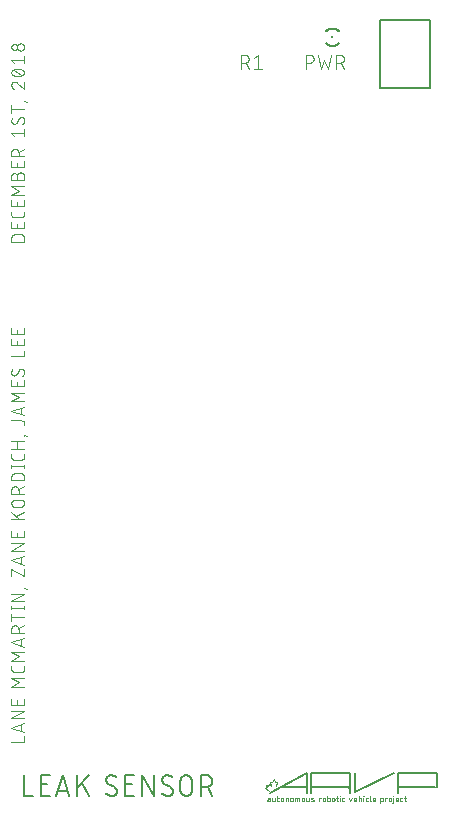
<source format=gbr>
G04 EAGLE Gerber X2 export*
%TF.Part,Single*%
%TF.FileFunction,Legend,Top,1*%
%TF.FilePolarity,Positive*%
%TF.GenerationSoftware,Autodesk,EAGLE,9.1.3*%
%TF.CreationDate,2018-12-01T20:35:03Z*%
G75*
%MOMM*%
%FSLAX34Y34*%
%LPD*%
%AMOC8*
5,1,8,0,0,1.08239X$1,22.5*%
G01*
%ADD10C,0.152400*%
%ADD11C,0.101600*%
%ADD12C,0.127000*%
%ADD13C,0.010159*%
%ADD14R,0.200000X0.200000*%
%ADD15R,0.150000X0.250000*%
%ADD16C,0.050800*%


D10*
X18982Y144918D02*
X18982Y127442D01*
X26749Y127442D01*
X33308Y127442D02*
X41075Y127442D01*
X33308Y127442D02*
X33308Y144918D01*
X41075Y144918D01*
X39133Y137151D02*
X33308Y137151D01*
X46083Y127442D02*
X51908Y144918D01*
X57734Y127442D01*
X56277Y131811D02*
X47539Y131811D01*
X64335Y127442D02*
X64335Y144918D01*
X74044Y144918D02*
X64335Y134238D01*
X68219Y138122D02*
X74044Y127442D01*
X94204Y127442D02*
X94326Y127444D01*
X94448Y127450D01*
X94569Y127459D01*
X94691Y127473D01*
X94812Y127490D01*
X94932Y127511D01*
X95051Y127536D01*
X95170Y127564D01*
X95288Y127596D01*
X95404Y127632D01*
X95520Y127672D01*
X95634Y127715D01*
X95747Y127761D01*
X95858Y127812D01*
X95967Y127865D01*
X96075Y127922D01*
X96181Y127983D01*
X96285Y128047D01*
X96387Y128114D01*
X96487Y128184D01*
X96585Y128257D01*
X96680Y128333D01*
X96773Y128413D01*
X96863Y128495D01*
X96950Y128580D01*
X97035Y128667D01*
X97117Y128757D01*
X97197Y128850D01*
X97273Y128945D01*
X97346Y129043D01*
X97416Y129143D01*
X97483Y129245D01*
X97547Y129349D01*
X97608Y129455D01*
X97665Y129563D01*
X97718Y129672D01*
X97769Y129783D01*
X97815Y129896D01*
X97858Y130010D01*
X97898Y130126D01*
X97934Y130242D01*
X97966Y130360D01*
X97994Y130479D01*
X98019Y130598D01*
X98040Y130718D01*
X98057Y130839D01*
X98071Y130960D01*
X98080Y131082D01*
X98086Y131204D01*
X98088Y131326D01*
X94204Y127442D02*
X94008Y127444D01*
X93812Y127451D01*
X93616Y127463D01*
X93420Y127480D01*
X93225Y127501D01*
X93030Y127526D01*
X92836Y127557D01*
X92643Y127592D01*
X92451Y127631D01*
X92260Y127676D01*
X92070Y127725D01*
X91881Y127778D01*
X91693Y127836D01*
X91507Y127898D01*
X91322Y127965D01*
X91139Y128036D01*
X90958Y128111D01*
X90779Y128191D01*
X90602Y128275D01*
X90426Y128364D01*
X90253Y128456D01*
X90082Y128553D01*
X89914Y128653D01*
X89748Y128758D01*
X89584Y128866D01*
X89423Y128979D01*
X89265Y129095D01*
X89110Y129215D01*
X88957Y129339D01*
X88808Y129466D01*
X88662Y129597D01*
X88519Y129731D01*
X88379Y129869D01*
X88864Y141034D02*
X88866Y141156D01*
X88872Y141278D01*
X88881Y141400D01*
X88895Y141521D01*
X88912Y141642D01*
X88933Y141762D01*
X88958Y141881D01*
X88986Y142000D01*
X89018Y142118D01*
X89054Y142234D01*
X89094Y142350D01*
X89137Y142464D01*
X89183Y142577D01*
X89234Y142688D01*
X89287Y142797D01*
X89344Y142905D01*
X89405Y143011D01*
X89469Y143115D01*
X89536Y143217D01*
X89606Y143317D01*
X89679Y143415D01*
X89755Y143510D01*
X89835Y143603D01*
X89917Y143693D01*
X90002Y143780D01*
X90089Y143865D01*
X90179Y143947D01*
X90272Y144027D01*
X90367Y144103D01*
X90465Y144176D01*
X90565Y144246D01*
X90667Y144313D01*
X90771Y144377D01*
X90877Y144438D01*
X90985Y144495D01*
X91094Y144548D01*
X91205Y144599D01*
X91318Y144645D01*
X91432Y144688D01*
X91548Y144728D01*
X91664Y144764D01*
X91782Y144796D01*
X91901Y144824D01*
X92020Y144849D01*
X92140Y144870D01*
X92261Y144887D01*
X92382Y144901D01*
X92504Y144910D01*
X92626Y144916D01*
X92748Y144918D01*
X92922Y144916D01*
X93095Y144910D01*
X93268Y144899D01*
X93441Y144885D01*
X93614Y144866D01*
X93786Y144844D01*
X93957Y144817D01*
X94128Y144786D01*
X94298Y144751D01*
X94467Y144712D01*
X94635Y144669D01*
X94802Y144622D01*
X94968Y144571D01*
X95133Y144516D01*
X95296Y144458D01*
X95458Y144395D01*
X95618Y144328D01*
X95777Y144258D01*
X95934Y144184D01*
X96089Y144106D01*
X96242Y144025D01*
X96394Y143940D01*
X96543Y143851D01*
X96690Y143759D01*
X96835Y143663D01*
X96977Y143564D01*
X97117Y143462D01*
X90807Y137636D02*
X90701Y137701D01*
X90597Y137769D01*
X90495Y137840D01*
X90396Y137914D01*
X90299Y137992D01*
X90205Y138072D01*
X90113Y138156D01*
X90023Y138242D01*
X89937Y138331D01*
X89853Y138423D01*
X89773Y138517D01*
X89695Y138614D01*
X89620Y138713D01*
X89549Y138814D01*
X89481Y138918D01*
X89416Y139024D01*
X89354Y139131D01*
X89296Y139241D01*
X89241Y139352D01*
X89190Y139465D01*
X89143Y139580D01*
X89099Y139696D01*
X89059Y139813D01*
X89022Y139932D01*
X88989Y140052D01*
X88960Y140172D01*
X88935Y140294D01*
X88914Y140416D01*
X88896Y140539D01*
X88883Y140662D01*
X88873Y140786D01*
X88867Y140910D01*
X88865Y141034D01*
X96145Y134724D02*
X96251Y134659D01*
X96355Y134591D01*
X96457Y134520D01*
X96556Y134446D01*
X96653Y134368D01*
X96747Y134288D01*
X96839Y134204D01*
X96929Y134118D01*
X97015Y134029D01*
X97099Y133937D01*
X97179Y133843D01*
X97257Y133746D01*
X97332Y133647D01*
X97403Y133546D01*
X97471Y133442D01*
X97536Y133336D01*
X97598Y133229D01*
X97656Y133119D01*
X97711Y133008D01*
X97762Y132895D01*
X97809Y132780D01*
X97853Y132664D01*
X97893Y132547D01*
X97930Y132428D01*
X97963Y132308D01*
X97992Y132188D01*
X98017Y132066D01*
X98038Y131944D01*
X98056Y131821D01*
X98069Y131698D01*
X98079Y131574D01*
X98085Y131450D01*
X98087Y131326D01*
X96146Y134724D02*
X90806Y137636D01*
X104938Y127442D02*
X112705Y127442D01*
X104938Y127442D02*
X104938Y144918D01*
X112705Y144918D01*
X110763Y137151D02*
X104938Y137151D01*
X119235Y144918D02*
X119235Y127442D01*
X128944Y127442D02*
X119235Y144918D01*
X128944Y144918D02*
X128944Y127442D01*
X141590Y127442D02*
X141712Y127444D01*
X141834Y127450D01*
X141955Y127459D01*
X142077Y127473D01*
X142198Y127490D01*
X142318Y127511D01*
X142437Y127536D01*
X142556Y127564D01*
X142674Y127596D01*
X142790Y127632D01*
X142906Y127672D01*
X143020Y127715D01*
X143133Y127761D01*
X143244Y127812D01*
X143353Y127865D01*
X143461Y127922D01*
X143567Y127983D01*
X143671Y128047D01*
X143773Y128114D01*
X143873Y128184D01*
X143971Y128257D01*
X144066Y128333D01*
X144159Y128413D01*
X144249Y128495D01*
X144336Y128580D01*
X144421Y128667D01*
X144503Y128757D01*
X144583Y128850D01*
X144659Y128945D01*
X144732Y129043D01*
X144802Y129143D01*
X144869Y129245D01*
X144933Y129349D01*
X144994Y129455D01*
X145051Y129563D01*
X145104Y129672D01*
X145155Y129783D01*
X145201Y129896D01*
X145244Y130010D01*
X145284Y130126D01*
X145320Y130242D01*
X145352Y130360D01*
X145380Y130479D01*
X145405Y130598D01*
X145426Y130718D01*
X145443Y130839D01*
X145457Y130960D01*
X145466Y131082D01*
X145472Y131204D01*
X145474Y131326D01*
X141590Y127442D02*
X141394Y127444D01*
X141198Y127451D01*
X141002Y127463D01*
X140806Y127480D01*
X140611Y127501D01*
X140416Y127526D01*
X140222Y127557D01*
X140029Y127592D01*
X139837Y127631D01*
X139646Y127676D01*
X139456Y127725D01*
X139267Y127778D01*
X139079Y127836D01*
X138893Y127898D01*
X138708Y127965D01*
X138525Y128036D01*
X138344Y128111D01*
X138165Y128191D01*
X137988Y128275D01*
X137812Y128364D01*
X137639Y128456D01*
X137468Y128553D01*
X137300Y128653D01*
X137134Y128758D01*
X136970Y128866D01*
X136809Y128979D01*
X136651Y129095D01*
X136496Y129215D01*
X136343Y129339D01*
X136194Y129466D01*
X136048Y129597D01*
X135905Y129731D01*
X135765Y129869D01*
X136250Y141034D02*
X136252Y141156D01*
X136258Y141278D01*
X136267Y141400D01*
X136281Y141521D01*
X136298Y141642D01*
X136319Y141762D01*
X136344Y141881D01*
X136372Y142000D01*
X136404Y142118D01*
X136440Y142234D01*
X136480Y142350D01*
X136523Y142464D01*
X136569Y142577D01*
X136620Y142688D01*
X136673Y142797D01*
X136730Y142905D01*
X136791Y143011D01*
X136855Y143115D01*
X136922Y143217D01*
X136992Y143317D01*
X137065Y143415D01*
X137141Y143510D01*
X137221Y143603D01*
X137303Y143693D01*
X137388Y143780D01*
X137475Y143865D01*
X137565Y143947D01*
X137658Y144027D01*
X137753Y144103D01*
X137851Y144176D01*
X137951Y144246D01*
X138053Y144313D01*
X138157Y144377D01*
X138263Y144438D01*
X138371Y144495D01*
X138480Y144548D01*
X138591Y144599D01*
X138704Y144645D01*
X138818Y144688D01*
X138934Y144728D01*
X139050Y144764D01*
X139168Y144796D01*
X139287Y144824D01*
X139406Y144849D01*
X139526Y144870D01*
X139647Y144887D01*
X139768Y144901D01*
X139890Y144910D01*
X140012Y144916D01*
X140134Y144918D01*
X140308Y144916D01*
X140481Y144910D01*
X140654Y144899D01*
X140827Y144885D01*
X141000Y144866D01*
X141172Y144844D01*
X141343Y144817D01*
X141514Y144786D01*
X141684Y144751D01*
X141853Y144712D01*
X142021Y144669D01*
X142188Y144622D01*
X142354Y144571D01*
X142519Y144516D01*
X142682Y144458D01*
X142844Y144395D01*
X143004Y144328D01*
X143163Y144258D01*
X143320Y144184D01*
X143475Y144106D01*
X143628Y144025D01*
X143780Y143940D01*
X143929Y143851D01*
X144076Y143759D01*
X144221Y143663D01*
X144363Y143564D01*
X144503Y143462D01*
X138193Y137636D02*
X138087Y137701D01*
X137983Y137769D01*
X137881Y137840D01*
X137782Y137914D01*
X137685Y137992D01*
X137591Y138072D01*
X137499Y138156D01*
X137409Y138242D01*
X137323Y138331D01*
X137239Y138423D01*
X137159Y138517D01*
X137081Y138614D01*
X137006Y138713D01*
X136935Y138814D01*
X136867Y138918D01*
X136802Y139024D01*
X136740Y139131D01*
X136682Y139241D01*
X136627Y139352D01*
X136576Y139465D01*
X136529Y139580D01*
X136485Y139696D01*
X136445Y139813D01*
X136408Y139932D01*
X136375Y140052D01*
X136346Y140172D01*
X136321Y140294D01*
X136300Y140416D01*
X136282Y140539D01*
X136269Y140662D01*
X136259Y140786D01*
X136253Y140910D01*
X136251Y141034D01*
X143531Y134724D02*
X143637Y134659D01*
X143741Y134591D01*
X143843Y134520D01*
X143942Y134446D01*
X144039Y134368D01*
X144133Y134288D01*
X144225Y134204D01*
X144315Y134118D01*
X144401Y134029D01*
X144485Y133937D01*
X144565Y133843D01*
X144643Y133746D01*
X144718Y133647D01*
X144789Y133546D01*
X144857Y133442D01*
X144922Y133336D01*
X144984Y133229D01*
X145042Y133119D01*
X145097Y133008D01*
X145148Y132895D01*
X145195Y132780D01*
X145239Y132664D01*
X145279Y132547D01*
X145316Y132428D01*
X145349Y132308D01*
X145378Y132188D01*
X145403Y132066D01*
X145424Y131944D01*
X145442Y131821D01*
X145455Y131698D01*
X145465Y131574D01*
X145471Y131450D01*
X145473Y131326D01*
X143532Y134724D02*
X138192Y137636D01*
X151744Y140064D02*
X151744Y132296D01*
X151744Y140064D02*
X151746Y140203D01*
X151752Y140341D01*
X151762Y140479D01*
X151776Y140617D01*
X151793Y140755D01*
X151815Y140892D01*
X151841Y141028D01*
X151870Y141163D01*
X151903Y141298D01*
X151941Y141432D01*
X151982Y141564D01*
X152026Y141695D01*
X152075Y141825D01*
X152127Y141954D01*
X152183Y142080D01*
X152242Y142206D01*
X152305Y142329D01*
X152371Y142451D01*
X152441Y142571D01*
X152515Y142688D01*
X152591Y142804D01*
X152671Y142917D01*
X152754Y143028D01*
X152840Y143137D01*
X152930Y143243D01*
X153022Y143346D01*
X153117Y143447D01*
X153215Y143545D01*
X153316Y143640D01*
X153419Y143732D01*
X153525Y143822D01*
X153634Y143908D01*
X153745Y143991D01*
X153858Y144071D01*
X153974Y144147D01*
X154091Y144221D01*
X154211Y144291D01*
X154333Y144357D01*
X154456Y144420D01*
X154582Y144479D01*
X154708Y144535D01*
X154837Y144587D01*
X154967Y144636D01*
X155098Y144680D01*
X155230Y144721D01*
X155364Y144759D01*
X155499Y144792D01*
X155634Y144821D01*
X155770Y144847D01*
X155907Y144869D01*
X156045Y144886D01*
X156183Y144900D01*
X156321Y144910D01*
X156459Y144916D01*
X156598Y144918D01*
X156737Y144916D01*
X156875Y144910D01*
X157013Y144900D01*
X157151Y144886D01*
X157289Y144869D01*
X157426Y144847D01*
X157562Y144821D01*
X157697Y144792D01*
X157832Y144759D01*
X157966Y144721D01*
X158098Y144680D01*
X158229Y144636D01*
X158359Y144587D01*
X158488Y144535D01*
X158614Y144479D01*
X158740Y144420D01*
X158863Y144357D01*
X158985Y144291D01*
X159105Y144221D01*
X159222Y144147D01*
X159338Y144071D01*
X159451Y143991D01*
X159562Y143908D01*
X159671Y143822D01*
X159777Y143732D01*
X159880Y143640D01*
X159981Y143545D01*
X160079Y143447D01*
X160174Y143346D01*
X160266Y143243D01*
X160356Y143137D01*
X160442Y143028D01*
X160525Y142917D01*
X160605Y142804D01*
X160681Y142688D01*
X160755Y142571D01*
X160825Y142451D01*
X160891Y142329D01*
X160954Y142206D01*
X161013Y142080D01*
X161069Y141954D01*
X161121Y141825D01*
X161170Y141695D01*
X161214Y141564D01*
X161255Y141432D01*
X161293Y141298D01*
X161326Y141163D01*
X161355Y141028D01*
X161381Y140892D01*
X161403Y140755D01*
X161420Y140617D01*
X161434Y140479D01*
X161444Y140341D01*
X161450Y140203D01*
X161452Y140064D01*
X161453Y140064D02*
X161453Y132296D01*
X161452Y132296D02*
X161450Y132157D01*
X161444Y132019D01*
X161434Y131881D01*
X161420Y131743D01*
X161403Y131605D01*
X161381Y131468D01*
X161355Y131332D01*
X161326Y131197D01*
X161293Y131062D01*
X161255Y130928D01*
X161214Y130796D01*
X161170Y130665D01*
X161121Y130535D01*
X161069Y130406D01*
X161013Y130280D01*
X160954Y130154D01*
X160891Y130031D01*
X160825Y129909D01*
X160755Y129789D01*
X160681Y129672D01*
X160605Y129556D01*
X160525Y129443D01*
X160442Y129332D01*
X160356Y129223D01*
X160266Y129117D01*
X160174Y129014D01*
X160079Y128913D01*
X159981Y128815D01*
X159880Y128720D01*
X159777Y128628D01*
X159671Y128538D01*
X159562Y128452D01*
X159451Y128369D01*
X159338Y128289D01*
X159222Y128213D01*
X159105Y128139D01*
X158985Y128069D01*
X158863Y128003D01*
X158740Y127940D01*
X158614Y127881D01*
X158488Y127825D01*
X158359Y127773D01*
X158229Y127724D01*
X158098Y127680D01*
X157966Y127639D01*
X157832Y127601D01*
X157697Y127568D01*
X157562Y127539D01*
X157426Y127513D01*
X157289Y127491D01*
X157151Y127474D01*
X157013Y127460D01*
X156875Y127450D01*
X156737Y127444D01*
X156598Y127442D01*
X156459Y127444D01*
X156321Y127450D01*
X156183Y127460D01*
X156045Y127474D01*
X155907Y127491D01*
X155770Y127513D01*
X155634Y127539D01*
X155499Y127568D01*
X155364Y127601D01*
X155230Y127639D01*
X155098Y127680D01*
X154967Y127724D01*
X154837Y127773D01*
X154708Y127825D01*
X154582Y127881D01*
X154456Y127940D01*
X154333Y128003D01*
X154211Y128069D01*
X154091Y128139D01*
X153974Y128213D01*
X153858Y128289D01*
X153745Y128369D01*
X153634Y128452D01*
X153525Y128538D01*
X153419Y128628D01*
X153316Y128720D01*
X153215Y128815D01*
X153117Y128913D01*
X153022Y129014D01*
X152930Y129117D01*
X152840Y129223D01*
X152754Y129332D01*
X152671Y129443D01*
X152591Y129556D01*
X152515Y129672D01*
X152441Y129789D01*
X152371Y129909D01*
X152305Y130031D01*
X152242Y130154D01*
X152183Y130280D01*
X152127Y130406D01*
X152075Y130535D01*
X152026Y130665D01*
X151982Y130796D01*
X151941Y130928D01*
X151903Y131062D01*
X151870Y131197D01*
X151841Y131332D01*
X151815Y131468D01*
X151793Y131605D01*
X151776Y131743D01*
X151762Y131881D01*
X151752Y132019D01*
X151746Y132157D01*
X151744Y132296D01*
X168912Y127442D02*
X168912Y144918D01*
X173766Y144918D01*
X173905Y144916D01*
X174043Y144910D01*
X174181Y144900D01*
X174319Y144886D01*
X174457Y144869D01*
X174594Y144847D01*
X174730Y144821D01*
X174865Y144792D01*
X175000Y144759D01*
X175134Y144721D01*
X175266Y144680D01*
X175397Y144636D01*
X175527Y144587D01*
X175656Y144535D01*
X175782Y144479D01*
X175908Y144420D01*
X176031Y144357D01*
X176153Y144291D01*
X176273Y144221D01*
X176390Y144147D01*
X176506Y144071D01*
X176619Y143991D01*
X176730Y143908D01*
X176839Y143822D01*
X176945Y143732D01*
X177048Y143640D01*
X177149Y143545D01*
X177247Y143447D01*
X177342Y143346D01*
X177434Y143243D01*
X177524Y143137D01*
X177610Y143028D01*
X177693Y142917D01*
X177773Y142804D01*
X177849Y142688D01*
X177923Y142571D01*
X177993Y142451D01*
X178059Y142329D01*
X178122Y142206D01*
X178181Y142080D01*
X178237Y141954D01*
X178289Y141825D01*
X178338Y141695D01*
X178382Y141564D01*
X178423Y141432D01*
X178461Y141298D01*
X178494Y141163D01*
X178523Y141028D01*
X178549Y140892D01*
X178571Y140755D01*
X178588Y140617D01*
X178602Y140479D01*
X178612Y140341D01*
X178618Y140203D01*
X178620Y140064D01*
X178618Y139925D01*
X178612Y139787D01*
X178602Y139649D01*
X178588Y139511D01*
X178571Y139373D01*
X178549Y139236D01*
X178523Y139100D01*
X178494Y138965D01*
X178461Y138830D01*
X178423Y138696D01*
X178382Y138564D01*
X178338Y138433D01*
X178289Y138303D01*
X178237Y138174D01*
X178181Y138048D01*
X178122Y137922D01*
X178059Y137799D01*
X177993Y137677D01*
X177923Y137557D01*
X177849Y137440D01*
X177773Y137324D01*
X177693Y137211D01*
X177610Y137100D01*
X177524Y136991D01*
X177434Y136885D01*
X177342Y136782D01*
X177247Y136681D01*
X177149Y136583D01*
X177048Y136488D01*
X176945Y136396D01*
X176839Y136306D01*
X176730Y136220D01*
X176619Y136137D01*
X176506Y136057D01*
X176390Y135981D01*
X176273Y135907D01*
X176153Y135837D01*
X176031Y135771D01*
X175908Y135708D01*
X175782Y135649D01*
X175656Y135593D01*
X175527Y135541D01*
X175397Y135492D01*
X175266Y135448D01*
X175134Y135407D01*
X175000Y135369D01*
X174865Y135336D01*
X174730Y135307D01*
X174594Y135281D01*
X174457Y135259D01*
X174319Y135242D01*
X174181Y135228D01*
X174043Y135218D01*
X173905Y135212D01*
X173766Y135210D01*
X173766Y135209D02*
X168912Y135209D01*
X174737Y135209D02*
X178621Y127442D01*
D11*
X19492Y173008D02*
X8508Y173008D01*
X19492Y173008D02*
X19492Y177890D01*
X19492Y181376D02*
X8508Y185037D01*
X19492Y188698D01*
X16746Y187783D02*
X16746Y182291D01*
X19492Y193146D02*
X8508Y193146D01*
X19492Y199248D01*
X8508Y199248D01*
X19492Y204688D02*
X19492Y209570D01*
X19492Y204688D02*
X8508Y204688D01*
X8508Y209570D01*
X13390Y208349D02*
X13390Y204688D01*
X8508Y219896D02*
X19492Y219896D01*
X14610Y223557D02*
X8508Y219896D01*
X14610Y223557D02*
X8508Y227218D01*
X19492Y227218D01*
X19492Y234794D02*
X19492Y237235D01*
X19492Y234794D02*
X19490Y234698D01*
X19484Y234602D01*
X19475Y234507D01*
X19462Y234412D01*
X19445Y234318D01*
X19425Y234224D01*
X19400Y234131D01*
X19373Y234040D01*
X19341Y233949D01*
X19306Y233860D01*
X19268Y233772D01*
X19226Y233686D01*
X19181Y233601D01*
X19132Y233519D01*
X19081Y233438D01*
X19026Y233359D01*
X18968Y233283D01*
X18907Y233209D01*
X18843Y233137D01*
X18777Y233068D01*
X18708Y233002D01*
X18636Y232938D01*
X18562Y232877D01*
X18486Y232819D01*
X18407Y232764D01*
X18326Y232713D01*
X18244Y232664D01*
X18159Y232619D01*
X18073Y232577D01*
X17985Y232539D01*
X17896Y232504D01*
X17805Y232472D01*
X17714Y232445D01*
X17621Y232420D01*
X17527Y232400D01*
X17433Y232383D01*
X17338Y232370D01*
X17243Y232361D01*
X17147Y232355D01*
X17051Y232353D01*
X17051Y232354D02*
X10949Y232354D01*
X10851Y232356D01*
X10753Y232362D01*
X10655Y232372D01*
X10557Y232386D01*
X10461Y232403D01*
X10365Y232425D01*
X10270Y232450D01*
X10176Y232480D01*
X10083Y232513D01*
X9992Y232549D01*
X9903Y232590D01*
X9815Y232634D01*
X9729Y232681D01*
X9644Y232732D01*
X9562Y232786D01*
X9483Y232844D01*
X9405Y232904D01*
X9330Y232968D01*
X9258Y233035D01*
X9189Y233104D01*
X9122Y233176D01*
X9058Y233251D01*
X8998Y233329D01*
X8940Y233408D01*
X8886Y233490D01*
X8835Y233574D01*
X8788Y233661D01*
X8744Y233749D01*
X8703Y233838D01*
X8667Y233929D01*
X8634Y234022D01*
X8604Y234116D01*
X8579Y234211D01*
X8557Y234307D01*
X8540Y234403D01*
X8526Y234501D01*
X8516Y234599D01*
X8510Y234697D01*
X8508Y234795D01*
X8508Y234794D02*
X8508Y237235D01*
X8508Y241856D02*
X19492Y241856D01*
X14610Y245517D02*
X8508Y241856D01*
X14610Y245517D02*
X8508Y249178D01*
X19492Y249178D01*
X19492Y253736D02*
X8508Y257397D01*
X19492Y261058D01*
X16746Y260143D02*
X16746Y254651D01*
X19492Y265577D02*
X8508Y265577D01*
X8508Y268628D01*
X8510Y268737D01*
X8516Y268846D01*
X8525Y268954D01*
X8539Y269062D01*
X8556Y269170D01*
X8578Y269277D01*
X8603Y269383D01*
X8632Y269488D01*
X8664Y269592D01*
X8700Y269694D01*
X8740Y269796D01*
X8784Y269895D01*
X8831Y269994D01*
X8881Y270090D01*
X8935Y270185D01*
X8992Y270277D01*
X9053Y270368D01*
X9117Y270456D01*
X9183Y270542D01*
X9253Y270626D01*
X9326Y270707D01*
X9402Y270785D01*
X9480Y270861D01*
X9561Y270934D01*
X9645Y271004D01*
X9731Y271070D01*
X9819Y271134D01*
X9910Y271195D01*
X10002Y271252D01*
X10097Y271306D01*
X10193Y271356D01*
X10292Y271403D01*
X10391Y271447D01*
X10493Y271487D01*
X10595Y271523D01*
X10699Y271555D01*
X10804Y271584D01*
X10910Y271609D01*
X11017Y271631D01*
X11125Y271648D01*
X11233Y271662D01*
X11341Y271671D01*
X11450Y271677D01*
X11559Y271679D01*
X11668Y271677D01*
X11777Y271671D01*
X11885Y271662D01*
X11993Y271648D01*
X12101Y271631D01*
X12208Y271609D01*
X12314Y271584D01*
X12419Y271555D01*
X12523Y271523D01*
X12625Y271487D01*
X12727Y271447D01*
X12826Y271403D01*
X12925Y271356D01*
X13021Y271306D01*
X13116Y271252D01*
X13208Y271195D01*
X13299Y271134D01*
X13387Y271070D01*
X13473Y271004D01*
X13557Y270934D01*
X13638Y270861D01*
X13716Y270785D01*
X13792Y270707D01*
X13865Y270626D01*
X13935Y270542D01*
X14001Y270456D01*
X14065Y270368D01*
X14126Y270277D01*
X14183Y270185D01*
X14237Y270090D01*
X14287Y269994D01*
X14334Y269895D01*
X14378Y269796D01*
X14418Y269694D01*
X14454Y269592D01*
X14486Y269488D01*
X14515Y269383D01*
X14540Y269277D01*
X14562Y269170D01*
X14579Y269062D01*
X14593Y268954D01*
X14602Y268846D01*
X14608Y268737D01*
X14610Y268628D01*
X14610Y265577D01*
X14610Y269239D02*
X19492Y271680D01*
X19492Y278637D02*
X8508Y278637D01*
X8508Y275586D02*
X8508Y281688D01*
X8508Y286557D02*
X19492Y286557D01*
X19492Y287777D02*
X19492Y285336D01*
X8508Y285336D02*
X8508Y287777D01*
X8508Y292506D02*
X19492Y292506D01*
X19492Y298608D02*
X8508Y292506D01*
X8508Y298608D02*
X19492Y298608D01*
X19492Y303130D02*
X19492Y303740D01*
X19492Y303130D02*
X18882Y303130D01*
X18882Y303740D01*
X19492Y303740D01*
X21933Y302825D01*
X8508Y313386D02*
X8508Y319488D01*
X19492Y313386D01*
X19492Y319488D01*
X19492Y323215D02*
X8508Y326877D01*
X19492Y330538D01*
X16746Y329623D02*
X16746Y324131D01*
X19492Y334986D02*
X8508Y334986D01*
X19492Y341088D01*
X8508Y341088D01*
X19492Y346528D02*
X19492Y351409D01*
X19492Y346528D02*
X8508Y346528D01*
X8508Y351409D01*
X13390Y350189D02*
X13390Y346528D01*
X8508Y361790D02*
X19492Y361790D01*
X15220Y361790D02*
X8508Y367892D01*
X12780Y364231D02*
X19492Y367892D01*
X16441Y372066D02*
X11559Y372066D01*
X11450Y372068D01*
X11341Y372074D01*
X11233Y372083D01*
X11125Y372097D01*
X11017Y372114D01*
X10910Y372136D01*
X10804Y372161D01*
X10699Y372190D01*
X10595Y372222D01*
X10493Y372258D01*
X10391Y372298D01*
X10292Y372342D01*
X10193Y372389D01*
X10097Y372439D01*
X10002Y372493D01*
X9910Y372550D01*
X9819Y372611D01*
X9731Y372675D01*
X9645Y372741D01*
X9561Y372811D01*
X9480Y372884D01*
X9402Y372960D01*
X9326Y373038D01*
X9253Y373119D01*
X9183Y373203D01*
X9117Y373289D01*
X9053Y373377D01*
X8992Y373468D01*
X8935Y373560D01*
X8881Y373655D01*
X8831Y373751D01*
X8784Y373850D01*
X8740Y373949D01*
X8700Y374051D01*
X8664Y374153D01*
X8632Y374257D01*
X8603Y374362D01*
X8578Y374468D01*
X8556Y374575D01*
X8539Y374683D01*
X8525Y374791D01*
X8516Y374899D01*
X8510Y375008D01*
X8508Y375117D01*
X8510Y375226D01*
X8516Y375335D01*
X8525Y375443D01*
X8539Y375551D01*
X8556Y375659D01*
X8578Y375766D01*
X8603Y375872D01*
X8632Y375977D01*
X8664Y376081D01*
X8700Y376183D01*
X8740Y376285D01*
X8784Y376384D01*
X8831Y376483D01*
X8881Y376579D01*
X8935Y376674D01*
X8992Y376766D01*
X9053Y376857D01*
X9117Y376945D01*
X9183Y377031D01*
X9253Y377115D01*
X9326Y377196D01*
X9402Y377274D01*
X9480Y377350D01*
X9561Y377423D01*
X9645Y377493D01*
X9731Y377559D01*
X9819Y377623D01*
X9910Y377684D01*
X10002Y377741D01*
X10097Y377795D01*
X10193Y377845D01*
X10292Y377892D01*
X10391Y377936D01*
X10493Y377976D01*
X10595Y378012D01*
X10699Y378044D01*
X10804Y378073D01*
X10910Y378098D01*
X11017Y378120D01*
X11125Y378137D01*
X11233Y378151D01*
X11341Y378160D01*
X11450Y378166D01*
X11559Y378168D01*
X16441Y378168D01*
X16550Y378166D01*
X16659Y378160D01*
X16767Y378151D01*
X16875Y378137D01*
X16983Y378120D01*
X17090Y378098D01*
X17196Y378073D01*
X17301Y378044D01*
X17405Y378012D01*
X17507Y377976D01*
X17609Y377936D01*
X17708Y377892D01*
X17807Y377845D01*
X17903Y377795D01*
X17998Y377741D01*
X18090Y377684D01*
X18181Y377623D01*
X18269Y377559D01*
X18355Y377493D01*
X18439Y377423D01*
X18520Y377350D01*
X18598Y377274D01*
X18674Y377196D01*
X18747Y377115D01*
X18817Y377031D01*
X18883Y376945D01*
X18947Y376857D01*
X19008Y376766D01*
X19065Y376674D01*
X19119Y376579D01*
X19169Y376483D01*
X19216Y376384D01*
X19260Y376285D01*
X19300Y376183D01*
X19336Y376081D01*
X19368Y375977D01*
X19397Y375872D01*
X19422Y375766D01*
X19444Y375659D01*
X19461Y375551D01*
X19475Y375443D01*
X19484Y375335D01*
X19490Y375226D01*
X19492Y375117D01*
X19490Y375008D01*
X19484Y374899D01*
X19475Y374791D01*
X19461Y374683D01*
X19444Y374575D01*
X19422Y374468D01*
X19397Y374362D01*
X19368Y374257D01*
X19336Y374153D01*
X19300Y374051D01*
X19260Y373949D01*
X19216Y373850D01*
X19169Y373751D01*
X19119Y373655D01*
X19065Y373560D01*
X19008Y373468D01*
X18947Y373377D01*
X18883Y373289D01*
X18817Y373203D01*
X18747Y373119D01*
X18674Y373038D01*
X18598Y372960D01*
X18520Y372884D01*
X18439Y372811D01*
X18355Y372741D01*
X18269Y372675D01*
X18181Y372611D01*
X18090Y372550D01*
X17998Y372493D01*
X17903Y372439D01*
X17807Y372389D01*
X17708Y372342D01*
X17609Y372298D01*
X17507Y372258D01*
X17405Y372222D01*
X17301Y372190D01*
X17196Y372161D01*
X17090Y372136D01*
X16983Y372114D01*
X16875Y372097D01*
X16767Y372083D01*
X16659Y372074D01*
X16550Y372068D01*
X16441Y372066D01*
X19492Y383297D02*
X8508Y383297D01*
X8508Y386348D01*
X8510Y386457D01*
X8516Y386566D01*
X8525Y386674D01*
X8539Y386782D01*
X8556Y386890D01*
X8578Y386997D01*
X8603Y387103D01*
X8632Y387208D01*
X8664Y387312D01*
X8700Y387414D01*
X8740Y387516D01*
X8784Y387615D01*
X8831Y387714D01*
X8881Y387810D01*
X8935Y387905D01*
X8992Y387997D01*
X9053Y388088D01*
X9117Y388176D01*
X9183Y388262D01*
X9253Y388346D01*
X9326Y388427D01*
X9402Y388505D01*
X9480Y388581D01*
X9561Y388654D01*
X9645Y388724D01*
X9731Y388790D01*
X9819Y388854D01*
X9910Y388915D01*
X10002Y388972D01*
X10097Y389026D01*
X10193Y389076D01*
X10292Y389123D01*
X10391Y389167D01*
X10493Y389207D01*
X10595Y389243D01*
X10699Y389275D01*
X10804Y389304D01*
X10910Y389329D01*
X11017Y389351D01*
X11125Y389368D01*
X11233Y389382D01*
X11341Y389391D01*
X11450Y389397D01*
X11559Y389399D01*
X11668Y389397D01*
X11777Y389391D01*
X11885Y389382D01*
X11993Y389368D01*
X12101Y389351D01*
X12208Y389329D01*
X12314Y389304D01*
X12419Y389275D01*
X12523Y389243D01*
X12625Y389207D01*
X12727Y389167D01*
X12826Y389123D01*
X12925Y389076D01*
X13021Y389026D01*
X13116Y388972D01*
X13208Y388915D01*
X13299Y388854D01*
X13387Y388790D01*
X13473Y388724D01*
X13557Y388654D01*
X13638Y388581D01*
X13716Y388505D01*
X13792Y388427D01*
X13865Y388346D01*
X13935Y388262D01*
X14001Y388176D01*
X14065Y388088D01*
X14126Y387997D01*
X14183Y387905D01*
X14237Y387810D01*
X14287Y387714D01*
X14334Y387615D01*
X14378Y387516D01*
X14418Y387414D01*
X14454Y387312D01*
X14486Y387208D01*
X14515Y387103D01*
X14540Y386997D01*
X14562Y386890D01*
X14579Y386782D01*
X14593Y386674D01*
X14602Y386566D01*
X14608Y386457D01*
X14610Y386348D01*
X14610Y383297D01*
X14610Y386958D02*
X19492Y389399D01*
X19492Y394385D02*
X8508Y394385D01*
X8508Y397437D01*
X8510Y397546D01*
X8516Y397655D01*
X8525Y397763D01*
X8539Y397871D01*
X8556Y397979D01*
X8578Y398086D01*
X8603Y398192D01*
X8632Y398297D01*
X8664Y398401D01*
X8700Y398503D01*
X8740Y398605D01*
X8784Y398704D01*
X8831Y398803D01*
X8881Y398899D01*
X8935Y398994D01*
X8992Y399086D01*
X9053Y399177D01*
X9117Y399265D01*
X9183Y399351D01*
X9253Y399435D01*
X9326Y399516D01*
X9402Y399594D01*
X9480Y399670D01*
X9561Y399743D01*
X9645Y399813D01*
X9731Y399879D01*
X9819Y399943D01*
X9910Y400004D01*
X10002Y400061D01*
X10097Y400115D01*
X10193Y400165D01*
X10292Y400212D01*
X10391Y400256D01*
X10493Y400296D01*
X10595Y400332D01*
X10699Y400364D01*
X10804Y400393D01*
X10910Y400418D01*
X11017Y400440D01*
X11125Y400457D01*
X11233Y400471D01*
X11341Y400480D01*
X11450Y400486D01*
X11559Y400488D01*
X16441Y400488D01*
X16550Y400486D01*
X16659Y400480D01*
X16767Y400471D01*
X16875Y400457D01*
X16983Y400440D01*
X17090Y400418D01*
X17196Y400393D01*
X17301Y400364D01*
X17405Y400332D01*
X17507Y400296D01*
X17609Y400256D01*
X17708Y400212D01*
X17807Y400165D01*
X17903Y400115D01*
X17998Y400061D01*
X18091Y400004D01*
X18181Y399943D01*
X18269Y399879D01*
X18355Y399813D01*
X18439Y399743D01*
X18520Y399670D01*
X18598Y399594D01*
X18674Y399516D01*
X18747Y399435D01*
X18817Y399351D01*
X18883Y399265D01*
X18947Y399177D01*
X19008Y399086D01*
X19065Y398994D01*
X19119Y398899D01*
X19169Y398803D01*
X19216Y398704D01*
X19260Y398605D01*
X19300Y398503D01*
X19336Y398400D01*
X19368Y398297D01*
X19397Y398192D01*
X19422Y398086D01*
X19444Y397979D01*
X19461Y397871D01*
X19475Y397763D01*
X19484Y397655D01*
X19490Y397546D01*
X19492Y397437D01*
X19492Y394385D01*
X19492Y406437D02*
X8508Y406437D01*
X19492Y405216D02*
X19492Y407657D01*
X8508Y407657D02*
X8508Y405216D01*
X19492Y414434D02*
X19492Y416875D01*
X19492Y414434D02*
X19490Y414338D01*
X19484Y414242D01*
X19475Y414147D01*
X19462Y414052D01*
X19445Y413958D01*
X19425Y413864D01*
X19400Y413771D01*
X19373Y413680D01*
X19341Y413589D01*
X19306Y413500D01*
X19268Y413412D01*
X19226Y413326D01*
X19181Y413241D01*
X19132Y413159D01*
X19081Y413078D01*
X19026Y412999D01*
X18968Y412923D01*
X18907Y412849D01*
X18843Y412777D01*
X18777Y412708D01*
X18708Y412642D01*
X18636Y412578D01*
X18562Y412517D01*
X18486Y412459D01*
X18407Y412404D01*
X18326Y412353D01*
X18244Y412304D01*
X18159Y412259D01*
X18073Y412217D01*
X17985Y412179D01*
X17896Y412144D01*
X17805Y412112D01*
X17714Y412085D01*
X17621Y412060D01*
X17527Y412040D01*
X17433Y412023D01*
X17338Y412010D01*
X17243Y412001D01*
X17147Y411995D01*
X17051Y411993D01*
X10949Y411993D01*
X10851Y411995D01*
X10753Y412001D01*
X10655Y412011D01*
X10557Y412025D01*
X10461Y412042D01*
X10365Y412064D01*
X10270Y412089D01*
X10176Y412119D01*
X10083Y412152D01*
X9992Y412188D01*
X9903Y412229D01*
X9815Y412273D01*
X9729Y412320D01*
X9644Y412371D01*
X9562Y412425D01*
X9483Y412483D01*
X9405Y412543D01*
X9330Y412607D01*
X9258Y412674D01*
X9189Y412743D01*
X9122Y412815D01*
X9058Y412890D01*
X8998Y412968D01*
X8940Y413047D01*
X8886Y413129D01*
X8835Y413213D01*
X8788Y413300D01*
X8744Y413388D01*
X8703Y413477D01*
X8667Y413568D01*
X8634Y413661D01*
X8604Y413755D01*
X8579Y413850D01*
X8557Y413946D01*
X8540Y414042D01*
X8526Y414140D01*
X8516Y414238D01*
X8510Y414336D01*
X8508Y414434D01*
X8508Y416875D01*
X8508Y421385D02*
X19492Y421385D01*
X13390Y421385D02*
X13390Y427488D01*
X8508Y427488D02*
X19492Y427488D01*
X19492Y432009D02*
X19492Y432620D01*
X19492Y432009D02*
X18882Y432009D01*
X18882Y432620D01*
X19492Y432620D01*
X21933Y431704D01*
X17051Y445173D02*
X8508Y445173D01*
X17051Y445173D02*
X17147Y445171D01*
X17243Y445165D01*
X17338Y445156D01*
X17433Y445143D01*
X17527Y445126D01*
X17621Y445106D01*
X17714Y445081D01*
X17805Y445054D01*
X17896Y445022D01*
X17985Y444987D01*
X18073Y444949D01*
X18159Y444907D01*
X18244Y444862D01*
X18326Y444813D01*
X18407Y444762D01*
X18486Y444707D01*
X18562Y444649D01*
X18636Y444588D01*
X18708Y444524D01*
X18777Y444458D01*
X18843Y444389D01*
X18907Y444317D01*
X18968Y444243D01*
X19026Y444167D01*
X19081Y444088D01*
X19132Y444007D01*
X19181Y443925D01*
X19226Y443840D01*
X19268Y443754D01*
X19306Y443666D01*
X19341Y443577D01*
X19373Y443486D01*
X19400Y443395D01*
X19425Y443302D01*
X19445Y443208D01*
X19462Y443114D01*
X19475Y443019D01*
X19484Y442924D01*
X19490Y442828D01*
X19492Y442732D01*
X19492Y441511D01*
X19492Y449575D02*
X8508Y453236D01*
X19492Y456898D01*
X16746Y455982D02*
X16746Y450490D01*
X19492Y461455D02*
X8508Y461455D01*
X14610Y465116D01*
X8508Y468778D01*
X19492Y468778D01*
X19492Y474327D02*
X19492Y479209D01*
X19492Y474327D02*
X8508Y474327D01*
X8508Y479209D01*
X13390Y477989D02*
X13390Y474327D01*
X19492Y486607D02*
X19490Y486703D01*
X19484Y486799D01*
X19475Y486894D01*
X19462Y486989D01*
X19445Y487083D01*
X19425Y487177D01*
X19400Y487270D01*
X19373Y487361D01*
X19341Y487452D01*
X19306Y487541D01*
X19268Y487629D01*
X19226Y487715D01*
X19181Y487800D01*
X19132Y487882D01*
X19081Y487963D01*
X19026Y488042D01*
X18968Y488118D01*
X18907Y488192D01*
X18843Y488264D01*
X18777Y488333D01*
X18708Y488399D01*
X18636Y488463D01*
X18562Y488524D01*
X18486Y488582D01*
X18407Y488637D01*
X18326Y488688D01*
X18244Y488737D01*
X18159Y488782D01*
X18073Y488824D01*
X17985Y488862D01*
X17896Y488897D01*
X17805Y488929D01*
X17714Y488956D01*
X17621Y488981D01*
X17527Y489001D01*
X17433Y489018D01*
X17338Y489031D01*
X17243Y489040D01*
X17147Y489046D01*
X17051Y489048D01*
X19492Y486607D02*
X19490Y486467D01*
X19484Y486326D01*
X19475Y486186D01*
X19461Y486047D01*
X19444Y485907D01*
X19423Y485768D01*
X19399Y485630D01*
X19370Y485493D01*
X19338Y485356D01*
X19302Y485220D01*
X19262Y485086D01*
X19219Y484952D01*
X19172Y484820D01*
X19122Y484689D01*
X19068Y484559D01*
X19010Y484431D01*
X18949Y484305D01*
X18885Y484180D01*
X18817Y484057D01*
X18746Y483936D01*
X18672Y483817D01*
X18594Y483700D01*
X18514Y483585D01*
X18430Y483473D01*
X18343Y483362D01*
X18253Y483254D01*
X18160Y483149D01*
X18065Y483046D01*
X17967Y482946D01*
X10949Y483250D02*
X10853Y483252D01*
X10757Y483258D01*
X10662Y483267D01*
X10567Y483280D01*
X10473Y483297D01*
X10379Y483317D01*
X10286Y483342D01*
X10195Y483369D01*
X10104Y483401D01*
X10015Y483436D01*
X9927Y483474D01*
X9841Y483516D01*
X9756Y483561D01*
X9674Y483610D01*
X9593Y483661D01*
X9514Y483716D01*
X9438Y483774D01*
X9364Y483835D01*
X9292Y483899D01*
X9223Y483965D01*
X9157Y484034D01*
X9093Y484106D01*
X9032Y484180D01*
X8974Y484256D01*
X8919Y484335D01*
X8868Y484416D01*
X8819Y484498D01*
X8774Y484583D01*
X8732Y484669D01*
X8694Y484757D01*
X8659Y484846D01*
X8627Y484937D01*
X8600Y485028D01*
X8575Y485121D01*
X8555Y485215D01*
X8538Y485309D01*
X8525Y485404D01*
X8516Y485499D01*
X8510Y485595D01*
X8508Y485691D01*
X8510Y485825D01*
X8516Y485959D01*
X8526Y486092D01*
X8539Y486225D01*
X8557Y486358D01*
X8578Y486490D01*
X8604Y486622D01*
X8633Y486752D01*
X8666Y486882D01*
X8702Y487011D01*
X8743Y487138D01*
X8787Y487265D01*
X8835Y487390D01*
X8886Y487513D01*
X8942Y487635D01*
X9000Y487756D01*
X9062Y487874D01*
X9128Y487991D01*
X9197Y488106D01*
X9269Y488218D01*
X9345Y488329D01*
X9423Y488437D01*
X13085Y484470D02*
X13033Y484386D01*
X12978Y484304D01*
X12919Y484224D01*
X12857Y484147D01*
X12793Y484072D01*
X12725Y484000D01*
X12655Y483930D01*
X12581Y483863D01*
X12506Y483800D01*
X12427Y483739D01*
X12347Y483682D01*
X12264Y483627D01*
X12179Y483577D01*
X12092Y483529D01*
X12003Y483485D01*
X11913Y483445D01*
X11821Y483408D01*
X11728Y483375D01*
X11633Y483346D01*
X11537Y483321D01*
X11441Y483299D01*
X11343Y483282D01*
X11245Y483268D01*
X11147Y483258D01*
X11048Y483252D01*
X10949Y483250D01*
X14915Y487827D02*
X14967Y487911D01*
X15022Y487993D01*
X15081Y488073D01*
X15143Y488150D01*
X15207Y488225D01*
X15275Y488297D01*
X15345Y488367D01*
X15419Y488434D01*
X15494Y488497D01*
X15573Y488558D01*
X15653Y488615D01*
X15736Y488670D01*
X15821Y488720D01*
X15908Y488768D01*
X15997Y488812D01*
X16087Y488852D01*
X16179Y488889D01*
X16272Y488922D01*
X16367Y488951D01*
X16463Y488976D01*
X16559Y488998D01*
X16657Y489015D01*
X16755Y489029D01*
X16853Y489039D01*
X16952Y489045D01*
X17051Y489047D01*
X14915Y487827D02*
X13085Y484471D01*
X8508Y499527D02*
X19492Y499527D01*
X19492Y504409D01*
X19492Y508887D02*
X19492Y513769D01*
X19492Y508887D02*
X8508Y508887D01*
X8508Y513769D01*
X13390Y512548D02*
X13390Y508887D01*
X19492Y518247D02*
X19492Y523129D01*
X19492Y518247D02*
X8508Y518247D01*
X8508Y523129D01*
X13390Y521908D02*
X13390Y518247D01*
X8508Y596705D02*
X19492Y596705D01*
X8508Y596705D02*
X8508Y599756D01*
X8510Y599865D01*
X8516Y599974D01*
X8525Y600082D01*
X8539Y600190D01*
X8556Y600298D01*
X8578Y600405D01*
X8603Y600511D01*
X8632Y600616D01*
X8664Y600720D01*
X8700Y600822D01*
X8740Y600924D01*
X8784Y601023D01*
X8831Y601122D01*
X8881Y601218D01*
X8935Y601313D01*
X8992Y601405D01*
X9053Y601496D01*
X9117Y601584D01*
X9183Y601670D01*
X9253Y601754D01*
X9326Y601835D01*
X9402Y601913D01*
X9480Y601989D01*
X9561Y602062D01*
X9645Y602132D01*
X9731Y602198D01*
X9819Y602262D01*
X9910Y602323D01*
X10002Y602380D01*
X10097Y602434D01*
X10193Y602484D01*
X10292Y602531D01*
X10391Y602575D01*
X10493Y602615D01*
X10595Y602651D01*
X10699Y602683D01*
X10804Y602712D01*
X10910Y602737D01*
X11017Y602759D01*
X11125Y602776D01*
X11233Y602790D01*
X11341Y602799D01*
X11450Y602805D01*
X11559Y602807D01*
X16441Y602807D01*
X16550Y602805D01*
X16659Y602799D01*
X16767Y602790D01*
X16875Y602776D01*
X16983Y602759D01*
X17090Y602737D01*
X17196Y602712D01*
X17301Y602683D01*
X17405Y602651D01*
X17507Y602615D01*
X17609Y602575D01*
X17708Y602531D01*
X17807Y602484D01*
X17903Y602434D01*
X17998Y602380D01*
X18091Y602323D01*
X18181Y602262D01*
X18269Y602198D01*
X18355Y602132D01*
X18439Y602062D01*
X18520Y601989D01*
X18598Y601913D01*
X18674Y601835D01*
X18747Y601754D01*
X18817Y601670D01*
X18883Y601584D01*
X18947Y601496D01*
X19008Y601405D01*
X19065Y601313D01*
X19119Y601218D01*
X19169Y601122D01*
X19216Y601023D01*
X19260Y600924D01*
X19300Y600822D01*
X19336Y600719D01*
X19368Y600616D01*
X19397Y600511D01*
X19422Y600405D01*
X19444Y600298D01*
X19461Y600190D01*
X19475Y600082D01*
X19484Y599974D01*
X19490Y599865D01*
X19492Y599756D01*
X19492Y596705D01*
X19492Y608247D02*
X19492Y613129D01*
X19492Y608247D02*
X8508Y608247D01*
X8508Y613129D01*
X13390Y611908D02*
X13390Y608247D01*
X19492Y619634D02*
X19492Y622075D01*
X19492Y619634D02*
X19490Y619538D01*
X19484Y619442D01*
X19475Y619347D01*
X19462Y619252D01*
X19445Y619158D01*
X19425Y619064D01*
X19400Y618971D01*
X19373Y618880D01*
X19341Y618789D01*
X19306Y618700D01*
X19268Y618612D01*
X19226Y618526D01*
X19181Y618441D01*
X19132Y618359D01*
X19081Y618278D01*
X19026Y618199D01*
X18968Y618123D01*
X18907Y618049D01*
X18843Y617977D01*
X18777Y617908D01*
X18708Y617842D01*
X18636Y617778D01*
X18562Y617717D01*
X18486Y617659D01*
X18407Y617604D01*
X18326Y617553D01*
X18244Y617504D01*
X18159Y617459D01*
X18073Y617417D01*
X17985Y617379D01*
X17896Y617344D01*
X17805Y617312D01*
X17714Y617285D01*
X17621Y617260D01*
X17527Y617240D01*
X17433Y617223D01*
X17338Y617210D01*
X17243Y617201D01*
X17147Y617195D01*
X17051Y617193D01*
X10949Y617193D01*
X10851Y617195D01*
X10753Y617201D01*
X10655Y617211D01*
X10557Y617225D01*
X10461Y617242D01*
X10365Y617264D01*
X10270Y617289D01*
X10176Y617319D01*
X10083Y617352D01*
X9992Y617388D01*
X9903Y617429D01*
X9815Y617473D01*
X9729Y617520D01*
X9644Y617571D01*
X9562Y617625D01*
X9483Y617683D01*
X9405Y617743D01*
X9330Y617807D01*
X9258Y617874D01*
X9189Y617943D01*
X9122Y618015D01*
X9058Y618090D01*
X8998Y618168D01*
X8940Y618247D01*
X8886Y618329D01*
X8835Y618413D01*
X8788Y618500D01*
X8744Y618588D01*
X8703Y618677D01*
X8667Y618768D01*
X8634Y618861D01*
X8604Y618955D01*
X8579Y619050D01*
X8557Y619146D01*
X8540Y619242D01*
X8526Y619340D01*
X8516Y619438D01*
X8510Y619536D01*
X8508Y619634D01*
X8508Y622075D01*
X19492Y626607D02*
X19492Y631489D01*
X19492Y626607D02*
X8508Y626607D01*
X8508Y631489D01*
X13390Y630268D02*
X13390Y626607D01*
X8508Y636055D02*
X19492Y636055D01*
X14610Y639716D02*
X8508Y636055D01*
X14610Y639716D02*
X8508Y643377D01*
X19492Y643377D01*
X13390Y649070D02*
X13390Y652121D01*
X13392Y652230D01*
X13398Y652339D01*
X13407Y652447D01*
X13421Y652555D01*
X13438Y652663D01*
X13460Y652770D01*
X13485Y652876D01*
X13514Y652981D01*
X13546Y653085D01*
X13582Y653187D01*
X13622Y653289D01*
X13666Y653388D01*
X13713Y653487D01*
X13763Y653583D01*
X13817Y653678D01*
X13874Y653770D01*
X13935Y653861D01*
X13999Y653949D01*
X14065Y654035D01*
X14135Y654119D01*
X14208Y654200D01*
X14284Y654278D01*
X14362Y654354D01*
X14443Y654427D01*
X14527Y654497D01*
X14613Y654563D01*
X14701Y654627D01*
X14792Y654688D01*
X14884Y654745D01*
X14979Y654799D01*
X15075Y654849D01*
X15174Y654896D01*
X15273Y654940D01*
X15375Y654980D01*
X15477Y655016D01*
X15581Y655048D01*
X15686Y655077D01*
X15792Y655102D01*
X15899Y655124D01*
X16007Y655141D01*
X16115Y655155D01*
X16223Y655164D01*
X16332Y655170D01*
X16441Y655172D01*
X16550Y655170D01*
X16659Y655164D01*
X16767Y655155D01*
X16875Y655141D01*
X16983Y655124D01*
X17090Y655102D01*
X17196Y655077D01*
X17301Y655048D01*
X17405Y655016D01*
X17507Y654980D01*
X17609Y654940D01*
X17708Y654896D01*
X17807Y654849D01*
X17903Y654799D01*
X17998Y654745D01*
X18090Y654688D01*
X18181Y654627D01*
X18269Y654563D01*
X18355Y654497D01*
X18439Y654427D01*
X18520Y654354D01*
X18598Y654278D01*
X18674Y654200D01*
X18747Y654119D01*
X18817Y654035D01*
X18883Y653949D01*
X18947Y653861D01*
X19008Y653770D01*
X19065Y653678D01*
X19119Y653583D01*
X19169Y653487D01*
X19216Y653388D01*
X19260Y653289D01*
X19300Y653187D01*
X19336Y653085D01*
X19368Y652981D01*
X19397Y652876D01*
X19422Y652770D01*
X19444Y652663D01*
X19461Y652555D01*
X19475Y652447D01*
X19484Y652339D01*
X19490Y652230D01*
X19492Y652121D01*
X19492Y649070D01*
X8508Y649070D01*
X8508Y652121D01*
X8510Y652218D01*
X8516Y652315D01*
X8525Y652412D01*
X8539Y652508D01*
X8556Y652603D01*
X8577Y652698D01*
X8602Y652792D01*
X8630Y652885D01*
X8663Y652976D01*
X8698Y653066D01*
X8738Y653155D01*
X8781Y653242D01*
X8827Y653327D01*
X8877Y653411D01*
X8930Y653492D01*
X8986Y653571D01*
X9045Y653648D01*
X9107Y653723D01*
X9172Y653795D01*
X9240Y653864D01*
X9311Y653931D01*
X9384Y653994D01*
X9460Y654055D01*
X9538Y654113D01*
X9618Y654167D01*
X9701Y654219D01*
X9785Y654267D01*
X9871Y654311D01*
X9959Y654352D01*
X10049Y654390D01*
X10140Y654424D01*
X10232Y654454D01*
X10325Y654481D01*
X10419Y654504D01*
X10515Y654523D01*
X10610Y654538D01*
X10707Y654550D01*
X10803Y654558D01*
X10900Y654562D01*
X10998Y654562D01*
X11095Y654558D01*
X11191Y654550D01*
X11288Y654538D01*
X11383Y654523D01*
X11479Y654504D01*
X11573Y654481D01*
X11666Y654454D01*
X11758Y654424D01*
X11849Y654390D01*
X11939Y654352D01*
X12027Y654311D01*
X12113Y654267D01*
X12197Y654219D01*
X12280Y654167D01*
X12360Y654113D01*
X12438Y654055D01*
X12514Y653994D01*
X12587Y653931D01*
X12658Y653864D01*
X12726Y653795D01*
X12791Y653723D01*
X12853Y653648D01*
X12912Y653571D01*
X12968Y653492D01*
X13021Y653411D01*
X13071Y653327D01*
X13117Y653242D01*
X13160Y653155D01*
X13200Y653066D01*
X13235Y652976D01*
X13268Y652885D01*
X13296Y652792D01*
X13321Y652698D01*
X13342Y652603D01*
X13359Y652508D01*
X13373Y652412D01*
X13382Y652315D01*
X13388Y652218D01*
X13390Y652121D01*
X19492Y659727D02*
X19492Y664609D01*
X19492Y659727D02*
X8508Y659727D01*
X8508Y664609D01*
X13390Y663388D02*
X13390Y659727D01*
X8508Y669137D02*
X19492Y669137D01*
X8508Y669137D02*
X8508Y672188D01*
X8510Y672297D01*
X8516Y672406D01*
X8525Y672514D01*
X8539Y672622D01*
X8556Y672730D01*
X8578Y672837D01*
X8603Y672943D01*
X8632Y673048D01*
X8664Y673152D01*
X8700Y673254D01*
X8740Y673356D01*
X8784Y673455D01*
X8831Y673554D01*
X8881Y673650D01*
X8935Y673745D01*
X8992Y673837D01*
X9053Y673928D01*
X9117Y674016D01*
X9183Y674102D01*
X9253Y674186D01*
X9326Y674267D01*
X9402Y674345D01*
X9480Y674421D01*
X9561Y674494D01*
X9645Y674564D01*
X9731Y674630D01*
X9819Y674694D01*
X9910Y674755D01*
X10002Y674812D01*
X10097Y674866D01*
X10193Y674916D01*
X10292Y674963D01*
X10391Y675007D01*
X10493Y675047D01*
X10595Y675083D01*
X10699Y675115D01*
X10804Y675144D01*
X10910Y675169D01*
X11017Y675191D01*
X11125Y675208D01*
X11233Y675222D01*
X11341Y675231D01*
X11450Y675237D01*
X11559Y675239D01*
X11668Y675237D01*
X11777Y675231D01*
X11885Y675222D01*
X11993Y675208D01*
X12101Y675191D01*
X12208Y675169D01*
X12314Y675144D01*
X12419Y675115D01*
X12523Y675083D01*
X12625Y675047D01*
X12727Y675007D01*
X12826Y674963D01*
X12925Y674916D01*
X13021Y674866D01*
X13116Y674812D01*
X13208Y674755D01*
X13299Y674694D01*
X13387Y674630D01*
X13473Y674564D01*
X13557Y674494D01*
X13638Y674421D01*
X13716Y674345D01*
X13792Y674267D01*
X13865Y674186D01*
X13935Y674102D01*
X14001Y674016D01*
X14065Y673928D01*
X14126Y673837D01*
X14183Y673745D01*
X14237Y673650D01*
X14287Y673554D01*
X14334Y673455D01*
X14378Y673356D01*
X14418Y673254D01*
X14454Y673152D01*
X14486Y673048D01*
X14515Y672943D01*
X14540Y672837D01*
X14562Y672730D01*
X14579Y672622D01*
X14593Y672514D01*
X14602Y672406D01*
X14608Y672297D01*
X14610Y672188D01*
X14610Y669137D01*
X14610Y672798D02*
X19492Y675239D01*
X10949Y685625D02*
X8508Y688676D01*
X19492Y688676D01*
X19492Y685625D02*
X19492Y691727D01*
X19492Y699726D02*
X19490Y699822D01*
X19484Y699918D01*
X19475Y700013D01*
X19462Y700108D01*
X19445Y700202D01*
X19425Y700296D01*
X19400Y700389D01*
X19373Y700480D01*
X19341Y700571D01*
X19306Y700660D01*
X19268Y700748D01*
X19226Y700834D01*
X19181Y700919D01*
X19132Y701001D01*
X19081Y701082D01*
X19026Y701161D01*
X18968Y701237D01*
X18907Y701311D01*
X18843Y701383D01*
X18777Y701452D01*
X18708Y701518D01*
X18636Y701582D01*
X18562Y701643D01*
X18486Y701701D01*
X18407Y701756D01*
X18326Y701807D01*
X18244Y701856D01*
X18159Y701901D01*
X18073Y701943D01*
X17985Y701981D01*
X17896Y702016D01*
X17805Y702048D01*
X17714Y702075D01*
X17621Y702100D01*
X17527Y702120D01*
X17433Y702137D01*
X17338Y702150D01*
X17243Y702159D01*
X17147Y702165D01*
X17051Y702167D01*
X19492Y699726D02*
X19490Y699586D01*
X19484Y699445D01*
X19475Y699305D01*
X19461Y699166D01*
X19444Y699026D01*
X19423Y698887D01*
X19399Y698749D01*
X19370Y698612D01*
X19338Y698475D01*
X19302Y698339D01*
X19262Y698205D01*
X19219Y698071D01*
X19172Y697939D01*
X19122Y697808D01*
X19068Y697678D01*
X19010Y697550D01*
X18949Y697424D01*
X18885Y697299D01*
X18817Y697176D01*
X18746Y697055D01*
X18672Y696936D01*
X18594Y696819D01*
X18514Y696704D01*
X18430Y696592D01*
X18343Y696481D01*
X18253Y696373D01*
X18160Y696268D01*
X18065Y696165D01*
X17967Y696065D01*
X10949Y696370D02*
X10853Y696372D01*
X10757Y696378D01*
X10662Y696387D01*
X10567Y696400D01*
X10473Y696417D01*
X10379Y696437D01*
X10286Y696462D01*
X10195Y696489D01*
X10104Y696521D01*
X10015Y696556D01*
X9927Y696594D01*
X9841Y696636D01*
X9756Y696681D01*
X9674Y696730D01*
X9593Y696781D01*
X9514Y696836D01*
X9438Y696894D01*
X9364Y696955D01*
X9292Y697019D01*
X9223Y697085D01*
X9157Y697154D01*
X9093Y697226D01*
X9032Y697300D01*
X8974Y697376D01*
X8919Y697455D01*
X8868Y697536D01*
X8819Y697618D01*
X8774Y697703D01*
X8732Y697789D01*
X8694Y697877D01*
X8659Y697966D01*
X8627Y698057D01*
X8600Y698148D01*
X8575Y698241D01*
X8555Y698335D01*
X8538Y698429D01*
X8525Y698524D01*
X8516Y698619D01*
X8510Y698715D01*
X8508Y698811D01*
X8510Y698945D01*
X8516Y699079D01*
X8526Y699212D01*
X8539Y699345D01*
X8557Y699478D01*
X8578Y699610D01*
X8604Y699742D01*
X8633Y699872D01*
X8666Y700002D01*
X8702Y700131D01*
X8743Y700258D01*
X8787Y700385D01*
X8835Y700510D01*
X8886Y700633D01*
X8942Y700755D01*
X9000Y700876D01*
X9062Y700994D01*
X9128Y701111D01*
X9197Y701226D01*
X9269Y701338D01*
X9345Y701449D01*
X9423Y701557D01*
X13085Y697590D02*
X13033Y697506D01*
X12978Y697424D01*
X12919Y697344D01*
X12857Y697267D01*
X12793Y697192D01*
X12725Y697120D01*
X12655Y697050D01*
X12581Y696983D01*
X12506Y696920D01*
X12427Y696859D01*
X12347Y696802D01*
X12264Y696747D01*
X12179Y696697D01*
X12092Y696649D01*
X12003Y696605D01*
X11913Y696565D01*
X11821Y696528D01*
X11728Y696495D01*
X11633Y696466D01*
X11537Y696441D01*
X11441Y696419D01*
X11343Y696402D01*
X11245Y696388D01*
X11147Y696378D01*
X11048Y696372D01*
X10949Y696370D01*
X14915Y700947D02*
X14967Y701031D01*
X15022Y701113D01*
X15081Y701193D01*
X15143Y701270D01*
X15207Y701345D01*
X15275Y701417D01*
X15345Y701487D01*
X15419Y701554D01*
X15494Y701617D01*
X15573Y701678D01*
X15653Y701735D01*
X15736Y701790D01*
X15821Y701840D01*
X15908Y701888D01*
X15997Y701932D01*
X16087Y701972D01*
X16179Y702009D01*
X16272Y702042D01*
X16367Y702071D01*
X16463Y702096D01*
X16559Y702118D01*
X16657Y702135D01*
X16755Y702149D01*
X16853Y702159D01*
X16952Y702165D01*
X17051Y702167D01*
X14915Y700947D02*
X13085Y697590D01*
X8508Y708836D02*
X19492Y708836D01*
X8508Y705785D02*
X8508Y711887D01*
X19492Y715329D02*
X19492Y715939D01*
X19492Y715329D02*
X18882Y715329D01*
X18882Y715939D01*
X19492Y715939D01*
X21933Y715024D01*
X8508Y729301D02*
X8510Y729404D01*
X8516Y729506D01*
X8525Y729608D01*
X8539Y729710D01*
X8556Y729812D01*
X8577Y729912D01*
X8602Y730012D01*
X8630Y730110D01*
X8662Y730208D01*
X8698Y730304D01*
X8737Y730399D01*
X8780Y730492D01*
X8826Y730584D01*
X8876Y730674D01*
X8929Y730762D01*
X8985Y730848D01*
X9045Y730932D01*
X9107Y731013D01*
X9173Y731092D01*
X9241Y731169D01*
X9312Y731243D01*
X9386Y731314D01*
X9463Y731382D01*
X9542Y731448D01*
X9623Y731510D01*
X9707Y731570D01*
X9793Y731626D01*
X9881Y731679D01*
X9971Y731729D01*
X10063Y731775D01*
X10156Y731818D01*
X10251Y731857D01*
X10347Y731893D01*
X10445Y731925D01*
X10543Y731953D01*
X10643Y731978D01*
X10743Y731999D01*
X10845Y732016D01*
X10947Y732030D01*
X11049Y732039D01*
X11151Y732045D01*
X11254Y732047D01*
X8508Y729301D02*
X8510Y729184D01*
X8516Y729068D01*
X8525Y728951D01*
X8539Y728835D01*
X8556Y728720D01*
X8577Y728605D01*
X8602Y728491D01*
X8631Y728378D01*
X8663Y728266D01*
X8699Y728155D01*
X8739Y728045D01*
X8783Y727936D01*
X8830Y727830D01*
X8880Y727724D01*
X8934Y727621D01*
X8991Y727519D01*
X9052Y727419D01*
X9116Y727321D01*
X9183Y727226D01*
X9253Y727133D01*
X9326Y727042D01*
X9403Y726953D01*
X9482Y726867D01*
X9564Y726784D01*
X9648Y726704D01*
X9735Y726626D01*
X9825Y726552D01*
X9917Y726480D01*
X10012Y726411D01*
X10109Y726346D01*
X10207Y726284D01*
X10308Y726225D01*
X10411Y726170D01*
X10516Y726117D01*
X10622Y726069D01*
X10729Y726024D01*
X10839Y725982D01*
X10949Y725945D01*
X13390Y731132D02*
X13317Y731206D01*
X13241Y731277D01*
X13163Y731346D01*
X13083Y731411D01*
X13000Y731474D01*
X12916Y731534D01*
X12829Y731591D01*
X12740Y731645D01*
X12649Y731696D01*
X12557Y731743D01*
X12463Y731788D01*
X12368Y731829D01*
X12271Y731866D01*
X12173Y731900D01*
X12074Y731931D01*
X11973Y731958D01*
X11872Y731981D01*
X11770Y732001D01*
X11668Y732018D01*
X11565Y732031D01*
X11461Y732040D01*
X11358Y732045D01*
X11254Y732047D01*
X13390Y731132D02*
X19492Y725945D01*
X19492Y732047D01*
X14000Y736745D02*
X13784Y736748D01*
X13568Y736755D01*
X13352Y736768D01*
X13137Y736786D01*
X12922Y736809D01*
X12708Y736838D01*
X12494Y736871D01*
X12282Y736910D01*
X12070Y736953D01*
X11859Y737002D01*
X11650Y737055D01*
X11442Y737114D01*
X11236Y737177D01*
X11031Y737246D01*
X10827Y737319D01*
X10626Y737397D01*
X10426Y737480D01*
X10229Y737568D01*
X10033Y737660D01*
X10034Y737660D02*
X9946Y737692D01*
X9860Y737728D01*
X9775Y737767D01*
X9692Y737810D01*
X9611Y737856D01*
X9532Y737905D01*
X9454Y737958D01*
X9380Y738014D01*
X9307Y738073D01*
X9237Y738134D01*
X9170Y738199D01*
X9105Y738266D01*
X9043Y738336D01*
X8984Y738409D01*
X8929Y738484D01*
X8876Y738561D01*
X8826Y738640D01*
X8780Y738721D01*
X8738Y738804D01*
X8698Y738889D01*
X8663Y738975D01*
X8630Y739063D01*
X8602Y739152D01*
X8577Y739242D01*
X8556Y739332D01*
X8539Y739424D01*
X8525Y739517D01*
X8516Y739609D01*
X8510Y739703D01*
X8508Y739796D01*
X8510Y739889D01*
X8516Y739983D01*
X8525Y740075D01*
X8539Y740168D01*
X8556Y740260D01*
X8577Y740350D01*
X8602Y740440D01*
X8630Y740529D01*
X8663Y740617D01*
X8698Y740703D01*
X8738Y740788D01*
X8780Y740871D01*
X8826Y740952D01*
X8876Y741031D01*
X8929Y741108D01*
X8984Y741183D01*
X9043Y741256D01*
X9105Y741326D01*
X9170Y741393D01*
X9237Y741458D01*
X9307Y741519D01*
X9380Y741578D01*
X9454Y741634D01*
X9532Y741687D01*
X9611Y741736D01*
X9692Y741782D01*
X9775Y741825D01*
X9860Y741864D01*
X9946Y741900D01*
X10034Y741932D01*
X10033Y741932D02*
X10229Y742024D01*
X10426Y742112D01*
X10626Y742195D01*
X10827Y742273D01*
X11031Y742346D01*
X11236Y742415D01*
X11442Y742478D01*
X11650Y742537D01*
X11859Y742590D01*
X12070Y742639D01*
X12282Y742682D01*
X12494Y742721D01*
X12708Y742754D01*
X12922Y742783D01*
X13137Y742806D01*
X13352Y742824D01*
X13568Y742837D01*
X13784Y742844D01*
X14000Y742847D01*
X14000Y736745D02*
X14216Y736748D01*
X14432Y736755D01*
X14648Y736768D01*
X14863Y736786D01*
X15078Y736809D01*
X15292Y736838D01*
X15506Y736871D01*
X15718Y736910D01*
X15930Y736953D01*
X16141Y737002D01*
X16350Y737055D01*
X16558Y737114D01*
X16764Y737177D01*
X16969Y737246D01*
X17173Y737319D01*
X17374Y737397D01*
X17574Y737480D01*
X17771Y737568D01*
X17967Y737660D01*
X17966Y737660D02*
X18054Y737692D01*
X18140Y737728D01*
X18225Y737767D01*
X18308Y737810D01*
X18389Y737856D01*
X18468Y737905D01*
X18546Y737958D01*
X18620Y738014D01*
X18693Y738073D01*
X18763Y738134D01*
X18830Y738199D01*
X18895Y738266D01*
X18957Y738336D01*
X19016Y738409D01*
X19071Y738484D01*
X19124Y738561D01*
X19174Y738640D01*
X19220Y738721D01*
X19262Y738804D01*
X19302Y738889D01*
X19337Y738975D01*
X19370Y739063D01*
X19398Y739152D01*
X19423Y739242D01*
X19444Y739332D01*
X19461Y739424D01*
X19475Y739517D01*
X19484Y739609D01*
X19490Y739703D01*
X19492Y739796D01*
X17967Y741932D02*
X17771Y742024D01*
X17574Y742112D01*
X17374Y742195D01*
X17173Y742273D01*
X16969Y742346D01*
X16764Y742415D01*
X16558Y742478D01*
X16350Y742537D01*
X16141Y742590D01*
X15930Y742639D01*
X15718Y742682D01*
X15506Y742721D01*
X15292Y742754D01*
X15078Y742783D01*
X14863Y742806D01*
X14648Y742824D01*
X14432Y742837D01*
X14216Y742844D01*
X14000Y742847D01*
X17966Y741932D02*
X18054Y741900D01*
X18140Y741864D01*
X18225Y741825D01*
X18308Y741782D01*
X18389Y741736D01*
X18468Y741687D01*
X18546Y741634D01*
X18620Y741578D01*
X18693Y741519D01*
X18763Y741458D01*
X18830Y741393D01*
X18895Y741326D01*
X18957Y741256D01*
X19016Y741183D01*
X19071Y741108D01*
X19124Y741031D01*
X19174Y740952D01*
X19220Y740871D01*
X19262Y740788D01*
X19302Y740703D01*
X19337Y740617D01*
X19370Y740529D01*
X19398Y740440D01*
X19423Y740350D01*
X19444Y740260D01*
X19461Y740168D01*
X19475Y740075D01*
X19484Y739983D01*
X19490Y739889D01*
X19492Y739796D01*
X17051Y737355D02*
X10949Y742237D01*
X10949Y747545D02*
X8508Y750596D01*
X19492Y750596D01*
X19492Y747545D02*
X19492Y753647D01*
X16441Y758345D02*
X16332Y758347D01*
X16223Y758353D01*
X16115Y758362D01*
X16007Y758376D01*
X15899Y758393D01*
X15792Y758415D01*
X15686Y758440D01*
X15581Y758469D01*
X15477Y758501D01*
X15375Y758537D01*
X15273Y758577D01*
X15174Y758621D01*
X15075Y758668D01*
X14979Y758718D01*
X14884Y758772D01*
X14792Y758829D01*
X14701Y758890D01*
X14613Y758954D01*
X14527Y759020D01*
X14443Y759090D01*
X14362Y759163D01*
X14284Y759239D01*
X14208Y759317D01*
X14135Y759398D01*
X14065Y759482D01*
X13999Y759568D01*
X13935Y759656D01*
X13874Y759747D01*
X13817Y759839D01*
X13763Y759934D01*
X13713Y760030D01*
X13666Y760129D01*
X13622Y760228D01*
X13582Y760330D01*
X13546Y760432D01*
X13514Y760536D01*
X13485Y760641D01*
X13460Y760747D01*
X13438Y760854D01*
X13421Y760962D01*
X13407Y761070D01*
X13398Y761178D01*
X13392Y761287D01*
X13390Y761396D01*
X13392Y761505D01*
X13398Y761614D01*
X13407Y761722D01*
X13421Y761830D01*
X13438Y761938D01*
X13460Y762045D01*
X13485Y762151D01*
X13514Y762256D01*
X13546Y762360D01*
X13582Y762462D01*
X13622Y762564D01*
X13666Y762663D01*
X13713Y762762D01*
X13763Y762858D01*
X13817Y762953D01*
X13874Y763045D01*
X13935Y763136D01*
X13999Y763224D01*
X14065Y763310D01*
X14135Y763394D01*
X14208Y763475D01*
X14284Y763553D01*
X14362Y763629D01*
X14443Y763702D01*
X14527Y763772D01*
X14613Y763838D01*
X14701Y763902D01*
X14792Y763963D01*
X14884Y764020D01*
X14979Y764074D01*
X15075Y764124D01*
X15174Y764171D01*
X15273Y764215D01*
X15375Y764255D01*
X15477Y764291D01*
X15581Y764323D01*
X15686Y764352D01*
X15792Y764377D01*
X15899Y764399D01*
X16007Y764416D01*
X16115Y764430D01*
X16223Y764439D01*
X16332Y764445D01*
X16441Y764447D01*
X16550Y764445D01*
X16659Y764439D01*
X16767Y764430D01*
X16875Y764416D01*
X16983Y764399D01*
X17090Y764377D01*
X17196Y764352D01*
X17301Y764323D01*
X17405Y764291D01*
X17507Y764255D01*
X17609Y764215D01*
X17708Y764171D01*
X17807Y764124D01*
X17903Y764074D01*
X17998Y764020D01*
X18090Y763963D01*
X18181Y763902D01*
X18269Y763838D01*
X18355Y763772D01*
X18439Y763702D01*
X18520Y763629D01*
X18598Y763553D01*
X18674Y763475D01*
X18747Y763394D01*
X18817Y763310D01*
X18883Y763224D01*
X18947Y763136D01*
X19008Y763045D01*
X19065Y762953D01*
X19119Y762858D01*
X19169Y762762D01*
X19216Y762663D01*
X19260Y762564D01*
X19300Y762462D01*
X19336Y762360D01*
X19368Y762256D01*
X19397Y762151D01*
X19422Y762045D01*
X19444Y761938D01*
X19461Y761830D01*
X19475Y761722D01*
X19484Y761614D01*
X19490Y761505D01*
X19492Y761396D01*
X19490Y761287D01*
X19484Y761178D01*
X19475Y761070D01*
X19461Y760962D01*
X19444Y760854D01*
X19422Y760747D01*
X19397Y760641D01*
X19368Y760536D01*
X19336Y760432D01*
X19300Y760330D01*
X19260Y760228D01*
X19216Y760129D01*
X19169Y760030D01*
X19119Y759934D01*
X19065Y759839D01*
X19008Y759747D01*
X18947Y759656D01*
X18883Y759568D01*
X18817Y759482D01*
X18747Y759398D01*
X18674Y759317D01*
X18598Y759239D01*
X18520Y759163D01*
X18439Y759090D01*
X18355Y759020D01*
X18269Y758954D01*
X18181Y758890D01*
X18090Y758829D01*
X17998Y758772D01*
X17903Y758718D01*
X17807Y758668D01*
X17708Y758621D01*
X17609Y758577D01*
X17507Y758537D01*
X17405Y758501D01*
X17301Y758469D01*
X17196Y758440D01*
X17090Y758415D01*
X16983Y758393D01*
X16875Y758376D01*
X16767Y758362D01*
X16659Y758353D01*
X16550Y758347D01*
X16441Y758345D01*
X10949Y758955D02*
X10852Y758957D01*
X10755Y758963D01*
X10658Y758972D01*
X10562Y758986D01*
X10467Y759003D01*
X10372Y759024D01*
X10278Y759049D01*
X10185Y759077D01*
X10094Y759110D01*
X10004Y759145D01*
X9915Y759185D01*
X9828Y759228D01*
X9743Y759274D01*
X9659Y759324D01*
X9578Y759377D01*
X9499Y759433D01*
X9422Y759492D01*
X9347Y759554D01*
X9275Y759619D01*
X9206Y759687D01*
X9139Y759758D01*
X9076Y759831D01*
X9015Y759907D01*
X8957Y759985D01*
X8903Y760065D01*
X8851Y760148D01*
X8803Y760232D01*
X8759Y760318D01*
X8718Y760406D01*
X8680Y760496D01*
X8646Y760587D01*
X8616Y760679D01*
X8589Y760772D01*
X8566Y760866D01*
X8547Y760962D01*
X8532Y761057D01*
X8520Y761154D01*
X8512Y761250D01*
X8508Y761347D01*
X8508Y761445D01*
X8512Y761542D01*
X8520Y761638D01*
X8532Y761735D01*
X8547Y761830D01*
X8566Y761926D01*
X8589Y762020D01*
X8616Y762113D01*
X8646Y762205D01*
X8680Y762296D01*
X8718Y762386D01*
X8759Y762474D01*
X8803Y762560D01*
X8851Y762644D01*
X8903Y762727D01*
X8957Y762807D01*
X9015Y762885D01*
X9076Y762961D01*
X9139Y763034D01*
X9206Y763105D01*
X9275Y763173D01*
X9347Y763238D01*
X9422Y763300D01*
X9499Y763359D01*
X9578Y763415D01*
X9659Y763468D01*
X9743Y763518D01*
X9828Y763564D01*
X9915Y763607D01*
X10004Y763647D01*
X10094Y763682D01*
X10185Y763715D01*
X10278Y763743D01*
X10372Y763768D01*
X10467Y763789D01*
X10562Y763806D01*
X10658Y763820D01*
X10755Y763829D01*
X10852Y763835D01*
X10949Y763837D01*
X11046Y763835D01*
X11143Y763829D01*
X11240Y763820D01*
X11336Y763806D01*
X11431Y763789D01*
X11526Y763768D01*
X11620Y763743D01*
X11713Y763715D01*
X11804Y763682D01*
X11894Y763647D01*
X11983Y763607D01*
X12070Y763564D01*
X12155Y763518D01*
X12239Y763468D01*
X12320Y763415D01*
X12399Y763359D01*
X12476Y763300D01*
X12551Y763238D01*
X12623Y763173D01*
X12692Y763105D01*
X12759Y763034D01*
X12822Y762961D01*
X12883Y762885D01*
X12941Y762807D01*
X12995Y762727D01*
X13047Y762644D01*
X13095Y762560D01*
X13139Y762474D01*
X13180Y762386D01*
X13218Y762296D01*
X13252Y762205D01*
X13282Y762113D01*
X13309Y762020D01*
X13332Y761926D01*
X13351Y761830D01*
X13366Y761735D01*
X13378Y761638D01*
X13386Y761542D01*
X13390Y761445D01*
X13390Y761347D01*
X13386Y761250D01*
X13378Y761154D01*
X13366Y761057D01*
X13351Y760962D01*
X13332Y760866D01*
X13309Y760772D01*
X13282Y760679D01*
X13252Y760587D01*
X13218Y760496D01*
X13180Y760406D01*
X13139Y760318D01*
X13095Y760232D01*
X13047Y760148D01*
X12995Y760065D01*
X12941Y759985D01*
X12883Y759907D01*
X12822Y759831D01*
X12759Y759758D01*
X12692Y759687D01*
X12623Y759619D01*
X12551Y759554D01*
X12476Y759492D01*
X12399Y759433D01*
X12320Y759377D01*
X12239Y759324D01*
X12155Y759274D01*
X12070Y759228D01*
X11983Y759185D01*
X11894Y759145D01*
X11804Y759110D01*
X11713Y759077D01*
X11620Y759049D01*
X11526Y759024D01*
X11431Y759003D01*
X11336Y758986D01*
X11240Y758972D01*
X11143Y758963D01*
X11046Y758957D01*
X10949Y758955D01*
D12*
X320600Y726350D02*
X363100Y726350D01*
X363100Y783850D01*
X320600Y783850D01*
X320600Y726350D01*
D13*
X274197Y764655D02*
X274873Y765270D01*
X274989Y765147D01*
X275108Y765026D01*
X275231Y764909D01*
X275356Y764795D01*
X275483Y764684D01*
X275614Y764575D01*
X275747Y764471D01*
X275882Y764369D01*
X276020Y764271D01*
X276161Y764176D01*
X276303Y764084D01*
X276448Y763996D01*
X276595Y763912D01*
X276743Y763831D01*
X276894Y763753D01*
X277047Y763680D01*
X277201Y763610D01*
X277357Y763544D01*
X277515Y763482D01*
X277674Y763423D01*
X277834Y763369D01*
X277996Y763318D01*
X278159Y763271D01*
X278323Y763229D01*
X278487Y763190D01*
X278653Y763155D01*
X278820Y763125D01*
X278987Y763098D01*
X279155Y763075D01*
X279323Y763057D01*
X279492Y763043D01*
X279661Y763032D01*
X279831Y763026D01*
X280000Y763024D01*
X280169Y763026D01*
X280339Y763032D01*
X280508Y763043D01*
X280677Y763057D01*
X280845Y763075D01*
X281013Y763098D01*
X281180Y763125D01*
X281347Y763155D01*
X281513Y763190D01*
X281677Y763229D01*
X281841Y763271D01*
X282004Y763318D01*
X282166Y763369D01*
X282326Y763423D01*
X282485Y763482D01*
X282643Y763544D01*
X282799Y763610D01*
X282953Y763680D01*
X283106Y763753D01*
X283257Y763831D01*
X283405Y763912D01*
X283552Y763996D01*
X283697Y764084D01*
X283839Y764176D01*
X283980Y764271D01*
X284118Y764369D01*
X284253Y764471D01*
X284386Y764575D01*
X284517Y764684D01*
X284644Y764795D01*
X284769Y764909D01*
X284892Y765026D01*
X285011Y765147D01*
X285127Y765270D01*
X285803Y764655D01*
X285804Y764655D01*
X285672Y764515D01*
X285537Y764379D01*
X285399Y764246D01*
X285257Y764117D01*
X285113Y763991D01*
X284965Y763868D01*
X284815Y763749D01*
X284661Y763634D01*
X284505Y763523D01*
X284346Y763415D01*
X284185Y763311D01*
X284021Y763212D01*
X283855Y763116D01*
X283687Y763024D01*
X283516Y762937D01*
X283343Y762853D01*
X283169Y762774D01*
X282992Y762699D01*
X282814Y762629D01*
X282634Y762563D01*
X282452Y762501D01*
X282269Y762443D01*
X282085Y762390D01*
X281899Y762342D01*
X281712Y762298D01*
X281525Y762259D01*
X281336Y762224D01*
X281147Y762194D01*
X280957Y762168D01*
X280766Y762147D01*
X280575Y762131D01*
X280383Y762119D01*
X280192Y762112D01*
X280000Y762110D01*
X279808Y762112D01*
X279617Y762119D01*
X279425Y762131D01*
X279234Y762147D01*
X279043Y762168D01*
X278853Y762194D01*
X278664Y762224D01*
X278475Y762259D01*
X278288Y762298D01*
X278101Y762342D01*
X277915Y762390D01*
X277731Y762443D01*
X277548Y762501D01*
X277366Y762563D01*
X277186Y762629D01*
X277008Y762699D01*
X276831Y762774D01*
X276657Y762853D01*
X276484Y762937D01*
X276313Y763024D01*
X276145Y763116D01*
X275979Y763212D01*
X275815Y763311D01*
X275654Y763415D01*
X275495Y763523D01*
X275339Y763634D01*
X275185Y763749D01*
X275035Y763868D01*
X274887Y763991D01*
X274743Y764117D01*
X274601Y764246D01*
X274463Y764379D01*
X274328Y764515D01*
X274196Y764655D01*
X274267Y764720D01*
X274397Y764582D01*
X274531Y764447D01*
X274667Y764316D01*
X274807Y764188D01*
X274950Y764064D01*
X275096Y763943D01*
X275244Y763825D01*
X275396Y763711D01*
X275550Y763601D01*
X275707Y763495D01*
X275866Y763393D01*
X276028Y763294D01*
X276192Y763200D01*
X276359Y763109D01*
X276527Y763023D01*
X276698Y762940D01*
X276870Y762862D01*
X277045Y762788D01*
X277221Y762718D01*
X277399Y762653D01*
X277578Y762592D01*
X277759Y762535D01*
X277941Y762483D01*
X278124Y762435D01*
X278309Y762392D01*
X278494Y762353D01*
X278680Y762319D01*
X278867Y762289D01*
X279055Y762263D01*
X279243Y762243D01*
X279432Y762227D01*
X279621Y762215D01*
X279811Y762208D01*
X280000Y762206D01*
X280189Y762208D01*
X280379Y762215D01*
X280568Y762227D01*
X280757Y762243D01*
X280945Y762263D01*
X281133Y762289D01*
X281320Y762319D01*
X281506Y762353D01*
X281691Y762392D01*
X281876Y762435D01*
X282059Y762483D01*
X282241Y762535D01*
X282422Y762592D01*
X282601Y762653D01*
X282779Y762718D01*
X282955Y762788D01*
X283130Y762862D01*
X283302Y762940D01*
X283473Y763023D01*
X283641Y763109D01*
X283808Y763200D01*
X283972Y763294D01*
X284134Y763393D01*
X284293Y763495D01*
X284450Y763601D01*
X284604Y763711D01*
X284756Y763825D01*
X284904Y763943D01*
X285050Y764064D01*
X285193Y764188D01*
X285333Y764316D01*
X285469Y764447D01*
X285603Y764582D01*
X285733Y764720D01*
X285662Y764784D01*
X285533Y764648D01*
X285402Y764515D01*
X285267Y764386D01*
X285129Y764259D01*
X284988Y764136D01*
X284844Y764017D01*
X284697Y763901D01*
X284547Y763789D01*
X284395Y763680D01*
X284240Y763575D01*
X284083Y763474D01*
X283923Y763376D01*
X283761Y763283D01*
X283596Y763194D01*
X283430Y763108D01*
X283261Y763027D01*
X283091Y762950D01*
X282919Y762877D01*
X282745Y762808D01*
X282569Y762743D01*
X282392Y762683D01*
X282213Y762627D01*
X282034Y762575D01*
X281853Y762528D01*
X281670Y762485D01*
X281487Y762447D01*
X281303Y762413D01*
X281119Y762384D01*
X280933Y762359D01*
X280747Y762338D01*
X280561Y762322D01*
X280374Y762311D01*
X280187Y762304D01*
X280000Y762302D01*
X279813Y762304D01*
X279626Y762311D01*
X279439Y762322D01*
X279253Y762338D01*
X279067Y762359D01*
X278881Y762384D01*
X278697Y762413D01*
X278513Y762447D01*
X278330Y762485D01*
X278147Y762528D01*
X277966Y762575D01*
X277787Y762627D01*
X277608Y762683D01*
X277431Y762743D01*
X277255Y762808D01*
X277081Y762877D01*
X276909Y762950D01*
X276739Y763027D01*
X276570Y763108D01*
X276404Y763194D01*
X276239Y763283D01*
X276077Y763376D01*
X275917Y763474D01*
X275760Y763575D01*
X275605Y763680D01*
X275453Y763789D01*
X275303Y763901D01*
X275156Y764017D01*
X275012Y764136D01*
X274871Y764259D01*
X274733Y764386D01*
X274598Y764515D01*
X274467Y764648D01*
X274338Y764784D01*
X274409Y764849D01*
X274536Y764714D01*
X274666Y764583D01*
X274799Y764455D01*
X274936Y764330D01*
X275075Y764209D01*
X275217Y764091D01*
X275362Y763977D01*
X275510Y763866D01*
X275660Y763758D01*
X275813Y763655D01*
X275969Y763555D01*
X276126Y763459D01*
X276287Y763367D01*
X276449Y763278D01*
X276613Y763194D01*
X276780Y763114D01*
X276948Y763038D01*
X277118Y762965D01*
X277290Y762898D01*
X277463Y762834D01*
X277638Y762774D01*
X277814Y762719D01*
X277992Y762668D01*
X278171Y762621D01*
X278351Y762579D01*
X278531Y762541D01*
X278713Y762508D01*
X278895Y762479D01*
X279079Y762454D01*
X279262Y762434D01*
X279446Y762418D01*
X279631Y762407D01*
X279815Y762400D01*
X280000Y762398D01*
X280185Y762400D01*
X280369Y762407D01*
X280554Y762418D01*
X280738Y762434D01*
X280921Y762454D01*
X281105Y762479D01*
X281287Y762508D01*
X281469Y762541D01*
X281649Y762579D01*
X281829Y762621D01*
X282008Y762668D01*
X282186Y762719D01*
X282362Y762774D01*
X282537Y762834D01*
X282710Y762898D01*
X282882Y762965D01*
X283052Y763038D01*
X283220Y763114D01*
X283387Y763194D01*
X283551Y763278D01*
X283713Y763367D01*
X283874Y763459D01*
X284031Y763555D01*
X284187Y763655D01*
X284340Y763758D01*
X284490Y763866D01*
X284638Y763977D01*
X284783Y764091D01*
X284925Y764209D01*
X285064Y764330D01*
X285201Y764455D01*
X285334Y764583D01*
X285464Y764714D01*
X285591Y764849D01*
X285520Y764913D01*
X285394Y764781D01*
X285266Y764651D01*
X285134Y764525D01*
X285000Y764402D01*
X284862Y764282D01*
X284722Y764165D01*
X284579Y764052D01*
X284433Y763943D01*
X284284Y763837D01*
X284133Y763735D01*
X283980Y763636D01*
X283824Y763541D01*
X283666Y763450D01*
X283506Y763363D01*
X283344Y763280D01*
X283179Y763201D01*
X283013Y763125D01*
X282845Y763054D01*
X282676Y762987D01*
X282505Y762924D01*
X282332Y762865D01*
X282158Y762811D01*
X281983Y762761D01*
X281806Y762715D01*
X281628Y762673D01*
X281450Y762635D01*
X281271Y762602D01*
X281090Y762574D01*
X280910Y762549D01*
X280728Y762529D01*
X280547Y762514D01*
X280365Y762503D01*
X280182Y762496D01*
X280000Y762494D01*
X279818Y762496D01*
X279635Y762503D01*
X279453Y762514D01*
X279272Y762529D01*
X279090Y762549D01*
X278910Y762574D01*
X278729Y762602D01*
X278550Y762635D01*
X278372Y762673D01*
X278194Y762715D01*
X278017Y762761D01*
X277842Y762811D01*
X277668Y762865D01*
X277495Y762924D01*
X277324Y762987D01*
X277155Y763054D01*
X276987Y763125D01*
X276821Y763201D01*
X276656Y763280D01*
X276494Y763363D01*
X276334Y763450D01*
X276176Y763541D01*
X276020Y763636D01*
X275867Y763735D01*
X275716Y763837D01*
X275567Y763943D01*
X275421Y764052D01*
X275278Y764165D01*
X275138Y764282D01*
X275000Y764402D01*
X274866Y764525D01*
X274734Y764651D01*
X274606Y764781D01*
X274480Y764913D01*
X274551Y764978D01*
X274675Y764847D01*
X274802Y764719D01*
X274932Y764594D01*
X275065Y764473D01*
X275200Y764355D01*
X275339Y764240D01*
X275480Y764128D01*
X275624Y764020D01*
X275771Y763915D01*
X275920Y763815D01*
X276071Y763717D01*
X276225Y763624D01*
X276381Y763534D01*
X276539Y763448D01*
X276699Y763366D01*
X276862Y763287D01*
X277026Y763213D01*
X277191Y763143D01*
X277359Y763077D01*
X277528Y763015D01*
X277698Y762957D01*
X277870Y762903D01*
X278043Y762853D01*
X278217Y762808D01*
X278393Y762766D01*
X278569Y762730D01*
X278746Y762697D01*
X278924Y762669D01*
X279102Y762645D01*
X279281Y762625D01*
X279460Y762610D01*
X279640Y762599D01*
X279820Y762592D01*
X280000Y762590D01*
X280180Y762592D01*
X280360Y762599D01*
X280540Y762610D01*
X280719Y762625D01*
X280898Y762645D01*
X281076Y762669D01*
X281254Y762697D01*
X281431Y762730D01*
X281607Y762766D01*
X281783Y762808D01*
X281957Y762853D01*
X282130Y762903D01*
X282302Y762957D01*
X282472Y763015D01*
X282641Y763077D01*
X282809Y763143D01*
X282974Y763213D01*
X283138Y763287D01*
X283301Y763366D01*
X283461Y763448D01*
X283619Y763534D01*
X283775Y763624D01*
X283929Y763717D01*
X284080Y763815D01*
X284229Y763915D01*
X284376Y764020D01*
X284520Y764128D01*
X284661Y764240D01*
X284800Y764355D01*
X284935Y764473D01*
X285068Y764594D01*
X285198Y764719D01*
X285325Y764847D01*
X285449Y764978D01*
X285377Y765042D01*
X285255Y764913D01*
X285130Y764787D01*
X285002Y764664D01*
X284871Y764544D01*
X284737Y764427D01*
X284600Y764314D01*
X284461Y764204D01*
X284319Y764097D01*
X284174Y763994D01*
X284027Y763894D01*
X283877Y763798D01*
X283726Y763706D01*
X283572Y763617D01*
X283416Y763533D01*
X283257Y763451D01*
X283097Y763374D01*
X282936Y763301D01*
X282772Y763232D01*
X282607Y763166D01*
X282440Y763105D01*
X282272Y763048D01*
X282102Y762995D01*
X281931Y762946D01*
X281759Y762901D01*
X281586Y762860D01*
X281413Y762824D01*
X281238Y762792D01*
X281062Y762764D01*
X280886Y762740D01*
X280710Y762721D01*
X280533Y762705D01*
X280355Y762695D01*
X280178Y762688D01*
X280000Y762686D01*
X279822Y762688D01*
X279645Y762695D01*
X279467Y762705D01*
X279290Y762721D01*
X279114Y762740D01*
X278938Y762764D01*
X278762Y762792D01*
X278587Y762824D01*
X278414Y762860D01*
X278241Y762901D01*
X278069Y762946D01*
X277898Y762995D01*
X277728Y763048D01*
X277560Y763105D01*
X277393Y763166D01*
X277228Y763232D01*
X277064Y763301D01*
X276903Y763374D01*
X276743Y763451D01*
X276584Y763533D01*
X276428Y763617D01*
X276274Y763706D01*
X276123Y763798D01*
X275973Y763894D01*
X275826Y763994D01*
X275681Y764097D01*
X275539Y764204D01*
X275400Y764314D01*
X275263Y764427D01*
X275129Y764544D01*
X274998Y764664D01*
X274870Y764787D01*
X274745Y764913D01*
X274623Y765042D01*
X274694Y765107D01*
X274814Y764980D01*
X274937Y764855D01*
X275064Y764734D01*
X275193Y764615D01*
X275325Y764500D01*
X275460Y764388D01*
X275598Y764280D01*
X275738Y764174D01*
X275881Y764073D01*
X276026Y763974D01*
X276174Y763880D01*
X276324Y763788D01*
X276476Y763701D01*
X276630Y763617D01*
X276786Y763537D01*
X276944Y763461D01*
X277103Y763389D01*
X277265Y763320D01*
X277428Y763256D01*
X277592Y763195D01*
X277758Y763139D01*
X277926Y763086D01*
X278094Y763038D01*
X278264Y762994D01*
X278435Y762954D01*
X278606Y762918D01*
X278779Y762886D01*
X278952Y762859D01*
X279125Y762835D01*
X279300Y762816D01*
X279474Y762801D01*
X279649Y762791D01*
X279825Y762784D01*
X280000Y762782D01*
X280175Y762784D01*
X280351Y762791D01*
X280526Y762801D01*
X280700Y762816D01*
X280875Y762835D01*
X281048Y762859D01*
X281221Y762886D01*
X281394Y762918D01*
X281565Y762954D01*
X281736Y762994D01*
X281906Y763038D01*
X282074Y763086D01*
X282242Y763139D01*
X282408Y763195D01*
X282572Y763256D01*
X282735Y763320D01*
X282897Y763389D01*
X283056Y763461D01*
X283214Y763537D01*
X283370Y763617D01*
X283524Y763701D01*
X283676Y763788D01*
X283826Y763880D01*
X283974Y763974D01*
X284119Y764073D01*
X284262Y764174D01*
X284402Y764280D01*
X284540Y764388D01*
X284675Y764500D01*
X284807Y764615D01*
X284936Y764734D01*
X285063Y764855D01*
X285186Y764980D01*
X285306Y765107D01*
X285235Y765172D01*
X285117Y765046D01*
X284995Y764923D01*
X284870Y764803D01*
X284742Y764687D01*
X284612Y764573D01*
X284479Y764463D01*
X284343Y764355D01*
X284205Y764252D01*
X284064Y764151D01*
X283920Y764054D01*
X283775Y763961D01*
X283627Y763871D01*
X283477Y763785D01*
X283325Y763702D01*
X283171Y763623D01*
X283015Y763548D01*
X282858Y763477D01*
X282699Y763409D01*
X282538Y763345D01*
X282375Y763286D01*
X282212Y763230D01*
X282047Y763178D01*
X281880Y763131D01*
X281713Y763087D01*
X281544Y763047D01*
X281375Y763012D01*
X281205Y762981D01*
X281034Y762953D01*
X280863Y762930D01*
X280691Y762912D01*
X280518Y762897D01*
X280346Y762886D01*
X280173Y762880D01*
X280000Y762878D01*
X279827Y762880D01*
X279654Y762886D01*
X279482Y762897D01*
X279309Y762912D01*
X279137Y762930D01*
X278966Y762953D01*
X278795Y762981D01*
X278625Y763012D01*
X278456Y763047D01*
X278287Y763087D01*
X278120Y763131D01*
X277953Y763178D01*
X277788Y763230D01*
X277625Y763286D01*
X277462Y763345D01*
X277301Y763409D01*
X277142Y763477D01*
X276985Y763548D01*
X276829Y763623D01*
X276675Y763702D01*
X276523Y763785D01*
X276373Y763871D01*
X276225Y763961D01*
X276080Y764054D01*
X275936Y764151D01*
X275795Y764252D01*
X275657Y764355D01*
X275521Y764463D01*
X275388Y764573D01*
X275258Y764687D01*
X275130Y764803D01*
X275005Y764923D01*
X274883Y765046D01*
X274765Y765172D01*
X274836Y765236D01*
X274953Y765112D01*
X275073Y764991D01*
X275196Y764873D01*
X275322Y764758D01*
X275451Y764646D01*
X275582Y764537D01*
X275716Y764431D01*
X275853Y764329D01*
X275991Y764230D01*
X276133Y764134D01*
X276276Y764042D01*
X276422Y763953D01*
X276570Y763868D01*
X276720Y763787D01*
X276872Y763709D01*
X277025Y763635D01*
X277181Y763564D01*
X277338Y763498D01*
X277497Y763435D01*
X277657Y763376D01*
X277818Y763321D01*
X277981Y763270D01*
X278145Y763223D01*
X278310Y763180D01*
X278477Y763141D01*
X278644Y763106D01*
X278811Y763075D01*
X278980Y763048D01*
X279149Y763026D01*
X279319Y763007D01*
X279489Y762993D01*
X279659Y762982D01*
X279829Y762976D01*
X280000Y762974D01*
X280171Y762976D01*
X280341Y762982D01*
X280511Y762993D01*
X280681Y763007D01*
X280851Y763026D01*
X281020Y763048D01*
X281189Y763075D01*
X281356Y763106D01*
X281523Y763141D01*
X281690Y763180D01*
X281855Y763223D01*
X282019Y763270D01*
X282182Y763321D01*
X282343Y763376D01*
X282503Y763435D01*
X282662Y763498D01*
X282819Y763564D01*
X282975Y763635D01*
X283128Y763709D01*
X283280Y763787D01*
X283430Y763868D01*
X283578Y763953D01*
X283724Y764042D01*
X283867Y764134D01*
X284009Y764230D01*
X284147Y764329D01*
X284284Y764431D01*
X284418Y764537D01*
X284549Y764646D01*
X284678Y764758D01*
X284804Y764873D01*
X284927Y764991D01*
X285047Y765112D01*
X285164Y765236D01*
X285803Y775345D02*
X285127Y774730D01*
X285011Y774853D01*
X284892Y774974D01*
X284769Y775091D01*
X284644Y775205D01*
X284517Y775316D01*
X284386Y775425D01*
X284253Y775529D01*
X284118Y775631D01*
X283980Y775729D01*
X283839Y775824D01*
X283697Y775916D01*
X283552Y776004D01*
X283405Y776088D01*
X283257Y776169D01*
X283106Y776247D01*
X282953Y776320D01*
X282799Y776390D01*
X282643Y776456D01*
X282485Y776518D01*
X282326Y776577D01*
X282166Y776631D01*
X282004Y776682D01*
X281841Y776729D01*
X281677Y776771D01*
X281513Y776810D01*
X281347Y776845D01*
X281180Y776875D01*
X281013Y776902D01*
X280845Y776925D01*
X280677Y776943D01*
X280508Y776957D01*
X280339Y776968D01*
X280169Y776974D01*
X280000Y776976D01*
X279831Y776974D01*
X279661Y776968D01*
X279492Y776957D01*
X279323Y776943D01*
X279155Y776925D01*
X278987Y776902D01*
X278820Y776875D01*
X278653Y776845D01*
X278487Y776810D01*
X278323Y776771D01*
X278159Y776729D01*
X277996Y776682D01*
X277834Y776631D01*
X277674Y776577D01*
X277515Y776518D01*
X277357Y776456D01*
X277201Y776390D01*
X277047Y776320D01*
X276894Y776247D01*
X276743Y776169D01*
X276595Y776088D01*
X276448Y776004D01*
X276303Y775916D01*
X276161Y775824D01*
X276020Y775729D01*
X275882Y775631D01*
X275747Y775529D01*
X275614Y775425D01*
X275483Y775316D01*
X275356Y775205D01*
X275231Y775091D01*
X275108Y774974D01*
X274989Y774853D01*
X274873Y774730D01*
X274197Y775345D01*
X274196Y775345D01*
X274328Y775485D01*
X274463Y775621D01*
X274601Y775754D01*
X274743Y775883D01*
X274887Y776009D01*
X275035Y776132D01*
X275185Y776251D01*
X275339Y776366D01*
X275495Y776477D01*
X275654Y776585D01*
X275815Y776689D01*
X275979Y776788D01*
X276145Y776884D01*
X276313Y776976D01*
X276484Y777063D01*
X276657Y777147D01*
X276831Y777226D01*
X277008Y777301D01*
X277186Y777371D01*
X277366Y777437D01*
X277548Y777499D01*
X277731Y777557D01*
X277915Y777610D01*
X278101Y777658D01*
X278288Y777702D01*
X278475Y777741D01*
X278664Y777776D01*
X278853Y777806D01*
X279043Y777832D01*
X279234Y777853D01*
X279425Y777869D01*
X279617Y777881D01*
X279808Y777888D01*
X280000Y777890D01*
X280192Y777888D01*
X280383Y777881D01*
X280575Y777869D01*
X280766Y777853D01*
X280957Y777832D01*
X281147Y777806D01*
X281336Y777776D01*
X281525Y777741D01*
X281712Y777702D01*
X281899Y777658D01*
X282085Y777610D01*
X282269Y777557D01*
X282452Y777499D01*
X282634Y777437D01*
X282814Y777371D01*
X282992Y777301D01*
X283169Y777226D01*
X283343Y777147D01*
X283516Y777063D01*
X283687Y776976D01*
X283855Y776884D01*
X284021Y776788D01*
X284185Y776689D01*
X284346Y776585D01*
X284505Y776477D01*
X284661Y776366D01*
X284815Y776251D01*
X284965Y776132D01*
X285113Y776009D01*
X285257Y775883D01*
X285399Y775754D01*
X285537Y775621D01*
X285672Y775485D01*
X285804Y775345D01*
X285733Y775280D01*
X285603Y775418D01*
X285469Y775553D01*
X285333Y775684D01*
X285193Y775812D01*
X285050Y775936D01*
X284904Y776057D01*
X284756Y776175D01*
X284604Y776289D01*
X284450Y776399D01*
X284293Y776505D01*
X284134Y776607D01*
X283972Y776706D01*
X283808Y776800D01*
X283641Y776891D01*
X283473Y776977D01*
X283302Y777060D01*
X283130Y777138D01*
X282955Y777212D01*
X282779Y777282D01*
X282601Y777347D01*
X282422Y777408D01*
X282241Y777465D01*
X282059Y777517D01*
X281876Y777565D01*
X281691Y777608D01*
X281506Y777647D01*
X281320Y777681D01*
X281133Y777711D01*
X280945Y777737D01*
X280757Y777757D01*
X280568Y777773D01*
X280379Y777785D01*
X280189Y777792D01*
X280000Y777794D01*
X279811Y777792D01*
X279621Y777785D01*
X279432Y777773D01*
X279243Y777757D01*
X279055Y777737D01*
X278867Y777711D01*
X278680Y777681D01*
X278494Y777647D01*
X278309Y777608D01*
X278124Y777565D01*
X277941Y777517D01*
X277759Y777465D01*
X277578Y777408D01*
X277399Y777347D01*
X277221Y777282D01*
X277045Y777212D01*
X276870Y777138D01*
X276698Y777060D01*
X276527Y776977D01*
X276359Y776891D01*
X276192Y776800D01*
X276028Y776706D01*
X275866Y776607D01*
X275707Y776505D01*
X275550Y776399D01*
X275396Y776289D01*
X275244Y776175D01*
X275096Y776057D01*
X274950Y775936D01*
X274807Y775812D01*
X274667Y775684D01*
X274531Y775553D01*
X274397Y775418D01*
X274267Y775280D01*
X274338Y775216D01*
X274467Y775352D01*
X274598Y775485D01*
X274733Y775614D01*
X274871Y775741D01*
X275012Y775864D01*
X275156Y775983D01*
X275303Y776099D01*
X275453Y776211D01*
X275605Y776320D01*
X275760Y776425D01*
X275917Y776526D01*
X276077Y776624D01*
X276239Y776717D01*
X276404Y776806D01*
X276570Y776892D01*
X276739Y776973D01*
X276909Y777050D01*
X277081Y777123D01*
X277255Y777192D01*
X277431Y777257D01*
X277608Y777317D01*
X277787Y777373D01*
X277966Y777425D01*
X278147Y777472D01*
X278330Y777515D01*
X278513Y777553D01*
X278697Y777587D01*
X278881Y777616D01*
X279067Y777641D01*
X279253Y777662D01*
X279439Y777678D01*
X279626Y777689D01*
X279813Y777696D01*
X280000Y777698D01*
X280187Y777696D01*
X280374Y777689D01*
X280561Y777678D01*
X280747Y777662D01*
X280933Y777641D01*
X281119Y777616D01*
X281303Y777587D01*
X281487Y777553D01*
X281670Y777515D01*
X281853Y777472D01*
X282034Y777425D01*
X282213Y777373D01*
X282392Y777317D01*
X282569Y777257D01*
X282745Y777192D01*
X282919Y777123D01*
X283091Y777050D01*
X283261Y776973D01*
X283430Y776892D01*
X283596Y776806D01*
X283761Y776717D01*
X283923Y776624D01*
X284083Y776526D01*
X284240Y776425D01*
X284395Y776320D01*
X284547Y776211D01*
X284697Y776099D01*
X284844Y775983D01*
X284988Y775864D01*
X285129Y775741D01*
X285267Y775614D01*
X285402Y775485D01*
X285533Y775352D01*
X285662Y775216D01*
X285591Y775151D01*
X285464Y775286D01*
X285334Y775417D01*
X285201Y775545D01*
X285064Y775670D01*
X284925Y775791D01*
X284783Y775909D01*
X284638Y776023D01*
X284490Y776134D01*
X284340Y776242D01*
X284187Y776345D01*
X284031Y776445D01*
X283874Y776541D01*
X283713Y776633D01*
X283551Y776722D01*
X283387Y776806D01*
X283220Y776886D01*
X283052Y776962D01*
X282882Y777035D01*
X282710Y777102D01*
X282537Y777166D01*
X282362Y777226D01*
X282186Y777281D01*
X282008Y777332D01*
X281829Y777379D01*
X281649Y777421D01*
X281469Y777459D01*
X281287Y777492D01*
X281105Y777521D01*
X280921Y777546D01*
X280738Y777566D01*
X280554Y777582D01*
X280369Y777593D01*
X280185Y777600D01*
X280000Y777602D01*
X279815Y777600D01*
X279631Y777593D01*
X279446Y777582D01*
X279262Y777566D01*
X279079Y777546D01*
X278895Y777521D01*
X278713Y777492D01*
X278531Y777459D01*
X278351Y777421D01*
X278171Y777379D01*
X277992Y777332D01*
X277814Y777281D01*
X277638Y777226D01*
X277463Y777166D01*
X277290Y777102D01*
X277118Y777035D01*
X276948Y776962D01*
X276780Y776886D01*
X276613Y776806D01*
X276449Y776722D01*
X276287Y776633D01*
X276126Y776541D01*
X275969Y776445D01*
X275813Y776345D01*
X275660Y776242D01*
X275510Y776134D01*
X275362Y776023D01*
X275217Y775909D01*
X275075Y775791D01*
X274936Y775670D01*
X274799Y775545D01*
X274666Y775417D01*
X274536Y775286D01*
X274409Y775151D01*
X274480Y775087D01*
X274606Y775219D01*
X274734Y775349D01*
X274866Y775475D01*
X275000Y775598D01*
X275138Y775718D01*
X275278Y775835D01*
X275421Y775948D01*
X275567Y776057D01*
X275716Y776163D01*
X275867Y776265D01*
X276020Y776364D01*
X276176Y776459D01*
X276334Y776550D01*
X276494Y776637D01*
X276656Y776720D01*
X276821Y776799D01*
X276987Y776875D01*
X277155Y776946D01*
X277324Y777013D01*
X277495Y777076D01*
X277668Y777135D01*
X277842Y777189D01*
X278017Y777239D01*
X278194Y777285D01*
X278372Y777327D01*
X278550Y777365D01*
X278729Y777398D01*
X278910Y777426D01*
X279090Y777451D01*
X279272Y777471D01*
X279453Y777486D01*
X279635Y777497D01*
X279818Y777504D01*
X280000Y777506D01*
X280182Y777504D01*
X280365Y777497D01*
X280547Y777486D01*
X280728Y777471D01*
X280910Y777451D01*
X281090Y777426D01*
X281271Y777398D01*
X281450Y777365D01*
X281628Y777327D01*
X281806Y777285D01*
X281983Y777239D01*
X282158Y777189D01*
X282332Y777135D01*
X282505Y777076D01*
X282676Y777013D01*
X282845Y776946D01*
X283013Y776875D01*
X283179Y776799D01*
X283344Y776720D01*
X283506Y776637D01*
X283666Y776550D01*
X283824Y776459D01*
X283980Y776364D01*
X284133Y776265D01*
X284284Y776163D01*
X284433Y776057D01*
X284579Y775948D01*
X284722Y775835D01*
X284862Y775718D01*
X285000Y775598D01*
X285134Y775475D01*
X285266Y775349D01*
X285394Y775219D01*
X285520Y775087D01*
X285449Y775022D01*
X285325Y775153D01*
X285198Y775281D01*
X285068Y775406D01*
X284935Y775527D01*
X284800Y775645D01*
X284661Y775760D01*
X284520Y775872D01*
X284376Y775980D01*
X284229Y776085D01*
X284080Y776185D01*
X283929Y776283D01*
X283775Y776376D01*
X283619Y776466D01*
X283461Y776552D01*
X283301Y776634D01*
X283138Y776713D01*
X282974Y776787D01*
X282809Y776857D01*
X282641Y776923D01*
X282472Y776985D01*
X282302Y777043D01*
X282130Y777097D01*
X281957Y777147D01*
X281783Y777192D01*
X281607Y777234D01*
X281431Y777270D01*
X281254Y777303D01*
X281076Y777331D01*
X280898Y777355D01*
X280719Y777375D01*
X280540Y777390D01*
X280360Y777401D01*
X280180Y777408D01*
X280000Y777410D01*
X279820Y777408D01*
X279640Y777401D01*
X279460Y777390D01*
X279281Y777375D01*
X279102Y777355D01*
X278924Y777331D01*
X278746Y777303D01*
X278569Y777270D01*
X278393Y777234D01*
X278217Y777192D01*
X278043Y777147D01*
X277870Y777097D01*
X277698Y777043D01*
X277528Y776985D01*
X277359Y776923D01*
X277191Y776857D01*
X277026Y776787D01*
X276862Y776713D01*
X276699Y776634D01*
X276539Y776552D01*
X276381Y776466D01*
X276225Y776376D01*
X276071Y776283D01*
X275920Y776185D01*
X275771Y776085D01*
X275624Y775980D01*
X275480Y775872D01*
X275339Y775760D01*
X275200Y775645D01*
X275065Y775527D01*
X274932Y775406D01*
X274802Y775281D01*
X274675Y775153D01*
X274551Y775022D01*
X274623Y774958D01*
X274745Y775087D01*
X274870Y775213D01*
X274998Y775336D01*
X275129Y775456D01*
X275263Y775573D01*
X275400Y775686D01*
X275539Y775796D01*
X275681Y775903D01*
X275826Y776006D01*
X275973Y776106D01*
X276123Y776202D01*
X276274Y776294D01*
X276428Y776383D01*
X276584Y776467D01*
X276743Y776549D01*
X276903Y776626D01*
X277064Y776699D01*
X277228Y776768D01*
X277393Y776834D01*
X277560Y776895D01*
X277728Y776952D01*
X277898Y777005D01*
X278069Y777054D01*
X278241Y777099D01*
X278414Y777140D01*
X278587Y777176D01*
X278762Y777208D01*
X278938Y777236D01*
X279114Y777260D01*
X279290Y777279D01*
X279467Y777295D01*
X279645Y777305D01*
X279822Y777312D01*
X280000Y777314D01*
X280178Y777312D01*
X280355Y777305D01*
X280533Y777295D01*
X280710Y777279D01*
X280886Y777260D01*
X281062Y777236D01*
X281238Y777208D01*
X281413Y777176D01*
X281586Y777140D01*
X281759Y777099D01*
X281931Y777054D01*
X282102Y777005D01*
X282272Y776952D01*
X282440Y776895D01*
X282607Y776834D01*
X282772Y776768D01*
X282936Y776699D01*
X283097Y776626D01*
X283257Y776549D01*
X283416Y776467D01*
X283572Y776383D01*
X283726Y776294D01*
X283877Y776202D01*
X284027Y776106D01*
X284174Y776006D01*
X284319Y775903D01*
X284461Y775796D01*
X284600Y775686D01*
X284737Y775573D01*
X284871Y775456D01*
X285002Y775336D01*
X285130Y775213D01*
X285255Y775087D01*
X285377Y774958D01*
X285306Y774893D01*
X285186Y775020D01*
X285063Y775145D01*
X284936Y775266D01*
X284807Y775385D01*
X284675Y775500D01*
X284540Y775612D01*
X284402Y775720D01*
X284262Y775826D01*
X284119Y775927D01*
X283974Y776026D01*
X283826Y776120D01*
X283676Y776212D01*
X283524Y776299D01*
X283370Y776383D01*
X283214Y776463D01*
X283056Y776539D01*
X282897Y776611D01*
X282735Y776680D01*
X282572Y776744D01*
X282408Y776805D01*
X282242Y776861D01*
X282074Y776914D01*
X281906Y776962D01*
X281736Y777006D01*
X281565Y777046D01*
X281394Y777082D01*
X281221Y777114D01*
X281048Y777141D01*
X280875Y777165D01*
X280700Y777184D01*
X280526Y777199D01*
X280351Y777209D01*
X280175Y777216D01*
X280000Y777218D01*
X279825Y777216D01*
X279649Y777209D01*
X279474Y777199D01*
X279300Y777184D01*
X279125Y777165D01*
X278952Y777141D01*
X278779Y777114D01*
X278606Y777082D01*
X278435Y777046D01*
X278264Y777006D01*
X278094Y776962D01*
X277926Y776914D01*
X277758Y776861D01*
X277592Y776805D01*
X277428Y776744D01*
X277265Y776680D01*
X277103Y776611D01*
X276944Y776539D01*
X276786Y776463D01*
X276630Y776383D01*
X276476Y776299D01*
X276324Y776212D01*
X276174Y776120D01*
X276026Y776026D01*
X275881Y775927D01*
X275738Y775826D01*
X275598Y775720D01*
X275460Y775612D01*
X275325Y775500D01*
X275193Y775385D01*
X275064Y775266D01*
X274937Y775145D01*
X274814Y775020D01*
X274694Y774893D01*
X274765Y774828D01*
X274883Y774954D01*
X275005Y775077D01*
X275130Y775197D01*
X275258Y775313D01*
X275388Y775427D01*
X275521Y775537D01*
X275657Y775645D01*
X275795Y775748D01*
X275936Y775849D01*
X276080Y775946D01*
X276225Y776039D01*
X276373Y776129D01*
X276523Y776215D01*
X276675Y776298D01*
X276829Y776377D01*
X276985Y776452D01*
X277142Y776523D01*
X277301Y776591D01*
X277462Y776655D01*
X277625Y776714D01*
X277788Y776770D01*
X277953Y776822D01*
X278120Y776869D01*
X278287Y776913D01*
X278456Y776953D01*
X278625Y776988D01*
X278795Y777019D01*
X278966Y777047D01*
X279137Y777070D01*
X279309Y777088D01*
X279482Y777103D01*
X279654Y777114D01*
X279827Y777120D01*
X280000Y777122D01*
X280173Y777120D01*
X280346Y777114D01*
X280518Y777103D01*
X280691Y777088D01*
X280863Y777070D01*
X281034Y777047D01*
X281205Y777019D01*
X281375Y776988D01*
X281544Y776953D01*
X281713Y776913D01*
X281880Y776869D01*
X282047Y776822D01*
X282212Y776770D01*
X282375Y776714D01*
X282538Y776655D01*
X282699Y776591D01*
X282858Y776523D01*
X283015Y776452D01*
X283171Y776377D01*
X283325Y776298D01*
X283477Y776215D01*
X283627Y776129D01*
X283775Y776039D01*
X283920Y775946D01*
X284064Y775849D01*
X284205Y775748D01*
X284343Y775645D01*
X284479Y775537D01*
X284612Y775427D01*
X284742Y775313D01*
X284870Y775197D01*
X284995Y775077D01*
X285117Y774954D01*
X285235Y774828D01*
X285164Y774764D01*
X285047Y774888D01*
X284927Y775009D01*
X284804Y775127D01*
X284678Y775242D01*
X284549Y775354D01*
X284418Y775463D01*
X284284Y775569D01*
X284147Y775671D01*
X284009Y775770D01*
X283867Y775866D01*
X283724Y775958D01*
X283578Y776047D01*
X283430Y776132D01*
X283280Y776213D01*
X283128Y776291D01*
X282975Y776365D01*
X282819Y776436D01*
X282662Y776502D01*
X282503Y776565D01*
X282343Y776624D01*
X282182Y776679D01*
X282019Y776730D01*
X281855Y776777D01*
X281690Y776820D01*
X281523Y776859D01*
X281356Y776894D01*
X281189Y776925D01*
X281020Y776952D01*
X280851Y776974D01*
X280681Y776993D01*
X280511Y777007D01*
X280341Y777018D01*
X280171Y777024D01*
X280000Y777026D01*
X279829Y777024D01*
X279659Y777018D01*
X279489Y777007D01*
X279319Y776993D01*
X279149Y776974D01*
X278980Y776952D01*
X278811Y776925D01*
X278644Y776894D01*
X278477Y776859D01*
X278310Y776820D01*
X278145Y776777D01*
X277981Y776730D01*
X277818Y776679D01*
X277657Y776624D01*
X277497Y776565D01*
X277338Y776502D01*
X277181Y776436D01*
X277025Y776365D01*
X276872Y776291D01*
X276720Y776213D01*
X276570Y776132D01*
X276422Y776047D01*
X276276Y775958D01*
X276133Y775866D01*
X275991Y775770D01*
X275853Y775671D01*
X275716Y775569D01*
X275582Y775463D01*
X275451Y775354D01*
X275322Y775242D01*
X275196Y775127D01*
X275073Y775009D01*
X274953Y774888D01*
X274836Y774764D01*
D14*
X280000Y770000D03*
D15*
X285250Y764250D03*
D11*
X258008Y754692D02*
X258008Y743008D01*
X258008Y754692D02*
X261254Y754692D01*
X261367Y754690D01*
X261480Y754684D01*
X261593Y754674D01*
X261706Y754660D01*
X261818Y754643D01*
X261929Y754621D01*
X262039Y754596D01*
X262149Y754566D01*
X262257Y754533D01*
X262364Y754496D01*
X262470Y754456D01*
X262574Y754411D01*
X262677Y754363D01*
X262778Y754312D01*
X262877Y754257D01*
X262974Y754199D01*
X263069Y754137D01*
X263162Y754072D01*
X263252Y754004D01*
X263340Y753933D01*
X263426Y753858D01*
X263509Y753781D01*
X263589Y753701D01*
X263666Y753618D01*
X263741Y753532D01*
X263812Y753444D01*
X263880Y753354D01*
X263945Y753261D01*
X264007Y753166D01*
X264065Y753069D01*
X264120Y752970D01*
X264171Y752869D01*
X264219Y752766D01*
X264264Y752662D01*
X264304Y752556D01*
X264341Y752449D01*
X264374Y752341D01*
X264404Y752231D01*
X264429Y752121D01*
X264451Y752010D01*
X264468Y751898D01*
X264482Y751785D01*
X264492Y751672D01*
X264498Y751559D01*
X264500Y751446D01*
X264498Y751333D01*
X264492Y751220D01*
X264482Y751107D01*
X264468Y750994D01*
X264451Y750882D01*
X264429Y750771D01*
X264404Y750661D01*
X264374Y750551D01*
X264341Y750443D01*
X264304Y750336D01*
X264264Y750230D01*
X264219Y750126D01*
X264171Y750023D01*
X264120Y749922D01*
X264065Y749823D01*
X264007Y749726D01*
X263945Y749631D01*
X263880Y749538D01*
X263812Y749448D01*
X263741Y749360D01*
X263666Y749274D01*
X263589Y749191D01*
X263509Y749111D01*
X263426Y749034D01*
X263340Y748959D01*
X263252Y748888D01*
X263162Y748820D01*
X263069Y748755D01*
X262974Y748693D01*
X262877Y748635D01*
X262778Y748580D01*
X262677Y748529D01*
X262574Y748481D01*
X262470Y748436D01*
X262364Y748396D01*
X262257Y748359D01*
X262149Y748326D01*
X262039Y748296D01*
X261929Y748271D01*
X261818Y748249D01*
X261706Y748232D01*
X261593Y748218D01*
X261480Y748208D01*
X261367Y748202D01*
X261254Y748200D01*
X261254Y748201D02*
X258008Y748201D01*
X268464Y754692D02*
X271061Y743008D01*
X273657Y750797D01*
X276254Y743008D01*
X278850Y754692D01*
X283820Y754692D02*
X283820Y743008D01*
X283820Y754692D02*
X287066Y754692D01*
X287179Y754690D01*
X287292Y754684D01*
X287405Y754674D01*
X287518Y754660D01*
X287630Y754643D01*
X287741Y754621D01*
X287851Y754596D01*
X287961Y754566D01*
X288069Y754533D01*
X288176Y754496D01*
X288282Y754456D01*
X288386Y754411D01*
X288489Y754363D01*
X288590Y754312D01*
X288689Y754257D01*
X288786Y754199D01*
X288881Y754137D01*
X288974Y754072D01*
X289064Y754004D01*
X289152Y753933D01*
X289238Y753858D01*
X289321Y753781D01*
X289401Y753701D01*
X289478Y753618D01*
X289553Y753532D01*
X289624Y753444D01*
X289692Y753354D01*
X289757Y753261D01*
X289819Y753166D01*
X289877Y753069D01*
X289932Y752970D01*
X289983Y752869D01*
X290031Y752766D01*
X290076Y752662D01*
X290116Y752556D01*
X290153Y752449D01*
X290186Y752341D01*
X290216Y752231D01*
X290241Y752121D01*
X290263Y752010D01*
X290280Y751898D01*
X290294Y751785D01*
X290304Y751672D01*
X290310Y751559D01*
X290312Y751446D01*
X290310Y751333D01*
X290304Y751220D01*
X290294Y751107D01*
X290280Y750994D01*
X290263Y750882D01*
X290241Y750771D01*
X290216Y750661D01*
X290186Y750551D01*
X290153Y750443D01*
X290116Y750336D01*
X290076Y750230D01*
X290031Y750126D01*
X289983Y750023D01*
X289932Y749922D01*
X289877Y749823D01*
X289819Y749726D01*
X289757Y749631D01*
X289692Y749538D01*
X289624Y749448D01*
X289553Y749360D01*
X289478Y749274D01*
X289401Y749191D01*
X289321Y749111D01*
X289238Y749034D01*
X289152Y748959D01*
X289064Y748888D01*
X288974Y748820D01*
X288881Y748755D01*
X288786Y748693D01*
X288689Y748635D01*
X288590Y748580D01*
X288489Y748529D01*
X288386Y748481D01*
X288282Y748436D01*
X288176Y748396D01*
X288069Y748359D01*
X287961Y748326D01*
X287851Y748296D01*
X287741Y748271D01*
X287630Y748249D01*
X287518Y748232D01*
X287405Y748218D01*
X287292Y748208D01*
X287179Y748202D01*
X287066Y748200D01*
X287066Y748201D02*
X283820Y748201D01*
X287715Y748201D02*
X290311Y743008D01*
X203008Y743008D02*
X203008Y754692D01*
X206254Y754692D01*
X206367Y754690D01*
X206480Y754684D01*
X206593Y754674D01*
X206706Y754660D01*
X206818Y754643D01*
X206929Y754621D01*
X207039Y754596D01*
X207149Y754566D01*
X207257Y754533D01*
X207364Y754496D01*
X207470Y754456D01*
X207574Y754411D01*
X207677Y754363D01*
X207778Y754312D01*
X207877Y754257D01*
X207974Y754199D01*
X208069Y754137D01*
X208162Y754072D01*
X208252Y754004D01*
X208340Y753933D01*
X208426Y753858D01*
X208509Y753781D01*
X208589Y753701D01*
X208666Y753618D01*
X208741Y753532D01*
X208812Y753444D01*
X208880Y753354D01*
X208945Y753261D01*
X209007Y753166D01*
X209065Y753069D01*
X209120Y752970D01*
X209171Y752869D01*
X209219Y752766D01*
X209264Y752662D01*
X209304Y752556D01*
X209341Y752449D01*
X209374Y752341D01*
X209404Y752231D01*
X209429Y752121D01*
X209451Y752010D01*
X209468Y751898D01*
X209482Y751785D01*
X209492Y751672D01*
X209498Y751559D01*
X209500Y751446D01*
X209498Y751333D01*
X209492Y751220D01*
X209482Y751107D01*
X209468Y750994D01*
X209451Y750882D01*
X209429Y750771D01*
X209404Y750661D01*
X209374Y750551D01*
X209341Y750443D01*
X209304Y750336D01*
X209264Y750230D01*
X209219Y750126D01*
X209171Y750023D01*
X209120Y749922D01*
X209065Y749823D01*
X209007Y749726D01*
X208945Y749631D01*
X208880Y749538D01*
X208812Y749448D01*
X208741Y749360D01*
X208666Y749274D01*
X208589Y749191D01*
X208509Y749111D01*
X208426Y749034D01*
X208340Y748959D01*
X208252Y748888D01*
X208162Y748820D01*
X208069Y748755D01*
X207974Y748693D01*
X207877Y748635D01*
X207778Y748580D01*
X207677Y748529D01*
X207574Y748481D01*
X207470Y748436D01*
X207364Y748396D01*
X207257Y748359D01*
X207149Y748326D01*
X207039Y748296D01*
X206929Y748271D01*
X206818Y748249D01*
X206706Y748232D01*
X206593Y748218D01*
X206480Y748208D01*
X206367Y748202D01*
X206254Y748200D01*
X206254Y748201D02*
X203008Y748201D01*
X206903Y748201D02*
X209499Y743008D01*
X214364Y752096D02*
X217610Y754692D01*
X217610Y743008D01*
X220855Y743008D02*
X214364Y743008D01*
D12*
X299676Y146884D02*
X299676Y130374D01*
X335998Y134692D02*
X335998Y146630D01*
X335998Y134692D02*
X335998Y129866D01*
X367494Y146630D02*
X367577Y146629D01*
X367659Y146625D01*
X367742Y146617D01*
X367823Y146605D01*
X367904Y146589D01*
X367985Y146569D01*
X368064Y146546D01*
X368142Y146519D01*
X368219Y146488D01*
X368294Y146454D01*
X368367Y146417D01*
X368439Y146375D01*
X368509Y146331D01*
X368576Y146283D01*
X368641Y146233D01*
X368704Y146179D01*
X368764Y146122D01*
X368822Y146063D01*
X368876Y146001D01*
X368928Y145936D01*
X368976Y145869D01*
X369022Y145800D01*
X369064Y145729D01*
X369102Y145656D01*
X369137Y145581D01*
X369169Y145505D01*
X369197Y145427D01*
X369221Y145348D01*
X369242Y145268D01*
X369259Y145188D01*
X369272Y145106D01*
X369272Y136470D02*
X369271Y136387D01*
X369267Y136305D01*
X369259Y136222D01*
X369247Y136141D01*
X369231Y136060D01*
X369211Y135979D01*
X369188Y135900D01*
X369161Y135822D01*
X369130Y135745D01*
X369096Y135670D01*
X369059Y135597D01*
X369017Y135525D01*
X368973Y135455D01*
X368925Y135388D01*
X368875Y135323D01*
X368821Y135260D01*
X368764Y135200D01*
X368705Y135142D01*
X368643Y135088D01*
X368578Y135036D01*
X368511Y134988D01*
X368442Y134942D01*
X368371Y134900D01*
X368298Y134862D01*
X368223Y134827D01*
X368147Y134795D01*
X368069Y134767D01*
X367990Y134743D01*
X367910Y134722D01*
X367830Y134705D01*
X367748Y134692D01*
X367494Y146630D02*
X335998Y146630D01*
X369272Y145106D02*
X369272Y136470D01*
X369272Y136216D01*
X367494Y134692D02*
X335998Y134692D01*
X332188Y146630D02*
X299676Y130374D01*
X262338Y134692D02*
X262338Y146630D01*
X262338Y134692D02*
X262338Y129866D01*
X293834Y146630D02*
X293917Y146629D01*
X293999Y146625D01*
X294082Y146617D01*
X294163Y146605D01*
X294244Y146589D01*
X294325Y146569D01*
X294404Y146546D01*
X294482Y146519D01*
X294559Y146488D01*
X294634Y146454D01*
X294707Y146417D01*
X294779Y146375D01*
X294849Y146331D01*
X294916Y146283D01*
X294981Y146233D01*
X295044Y146179D01*
X295104Y146122D01*
X295162Y146063D01*
X295216Y146001D01*
X295268Y145936D01*
X295316Y145869D01*
X295362Y145800D01*
X295404Y145729D01*
X295442Y145656D01*
X295477Y145581D01*
X295509Y145505D01*
X295537Y145427D01*
X295561Y145348D01*
X295582Y145268D01*
X295599Y145188D01*
X295612Y145106D01*
X295612Y136470D02*
X295611Y136387D01*
X295607Y136305D01*
X295599Y136222D01*
X295587Y136141D01*
X295571Y136060D01*
X295551Y135979D01*
X295528Y135900D01*
X295501Y135822D01*
X295470Y135745D01*
X295436Y135670D01*
X295399Y135597D01*
X295357Y135525D01*
X295313Y135455D01*
X295265Y135388D01*
X295215Y135323D01*
X295161Y135260D01*
X295104Y135200D01*
X295045Y135142D01*
X294983Y135088D01*
X294918Y135036D01*
X294851Y134988D01*
X294782Y134942D01*
X294711Y134900D01*
X294638Y134862D01*
X294563Y134827D01*
X294487Y134795D01*
X294409Y134767D01*
X294330Y134743D01*
X294250Y134722D01*
X294170Y134705D01*
X294088Y134692D01*
X293834Y146630D02*
X262338Y146630D01*
X295612Y145106D02*
X295612Y136470D01*
X295612Y136216D01*
X293834Y134692D02*
X293580Y134692D01*
X262338Y134692D01*
X293580Y134692D02*
X293663Y134691D01*
X293746Y134687D01*
X293828Y134679D01*
X293910Y134667D01*
X293991Y134651D01*
X294071Y134632D01*
X294150Y134608D01*
X294228Y134581D01*
X294305Y134551D01*
X294380Y134516D01*
X294454Y134479D01*
X294525Y134438D01*
X294595Y134393D01*
X294663Y134346D01*
X294728Y134295D01*
X294790Y134241D01*
X294851Y134184D01*
X294908Y134125D01*
X294963Y134063D01*
X295014Y133998D01*
X295063Y133932D01*
X295108Y133862D01*
X295150Y133791D01*
X295189Y133718D01*
X295224Y133643D01*
X295255Y133567D01*
X295283Y133489D01*
X295308Y133410D01*
X295328Y133330D01*
X295345Y133250D01*
X295358Y133168D01*
X295358Y133422D02*
X295358Y129866D01*
X258528Y146630D02*
X227286Y129866D01*
X259036Y129866D02*
X259036Y146884D01*
X258528Y134692D02*
X236430Y134692D01*
D16*
X232366Y135454D02*
X233382Y139518D01*
X227540Y139518D02*
X228556Y135454D01*
X231858Y138756D02*
X233382Y139518D01*
X229318Y138756D02*
X227540Y139518D01*
X230588Y141550D02*
X231858Y138756D01*
X229318Y138756D02*
X230588Y141550D01*
X226524Y137232D02*
X228556Y135454D01*
X226778Y131898D02*
X223730Y134184D01*
X225000Y134692D01*
X226270Y135962D02*
X226524Y137232D01*
X224238Y136470D02*
X225000Y134692D01*
X226270Y135962D02*
X224238Y136470D01*
X226143Y124532D02*
X227286Y124532D01*
X226143Y124532D02*
X226085Y124530D01*
X226027Y124524D01*
X225970Y124515D01*
X225913Y124502D01*
X225857Y124485D01*
X225803Y124464D01*
X225750Y124440D01*
X225699Y124413D01*
X225649Y124382D01*
X225602Y124348D01*
X225557Y124311D01*
X225514Y124272D01*
X225475Y124229D01*
X225438Y124184D01*
X225404Y124137D01*
X225373Y124088D01*
X225346Y124036D01*
X225322Y123983D01*
X225301Y123929D01*
X225284Y123873D01*
X225271Y123816D01*
X225262Y123759D01*
X225256Y123701D01*
X225254Y123643D01*
X225256Y123585D01*
X225262Y123527D01*
X225271Y123470D01*
X225284Y123413D01*
X225301Y123357D01*
X225322Y123303D01*
X225346Y123250D01*
X225373Y123199D01*
X225404Y123149D01*
X225438Y123102D01*
X225475Y123057D01*
X225514Y123014D01*
X225557Y122975D01*
X225602Y122938D01*
X225649Y122904D01*
X225699Y122873D01*
X225750Y122846D01*
X225803Y122822D01*
X225857Y122801D01*
X225913Y122784D01*
X225970Y122771D01*
X226027Y122762D01*
X226085Y122756D01*
X226143Y122754D01*
X227286Y122754D01*
X227286Y125040D01*
X227284Y125094D01*
X227278Y125148D01*
X227269Y125202D01*
X227255Y125255D01*
X227238Y125306D01*
X227217Y125357D01*
X227193Y125405D01*
X227165Y125452D01*
X227134Y125497D01*
X227100Y125539D01*
X227063Y125579D01*
X227023Y125616D01*
X226981Y125650D01*
X226936Y125681D01*
X226889Y125709D01*
X226841Y125733D01*
X226790Y125754D01*
X226739Y125771D01*
X226686Y125785D01*
X226632Y125794D01*
X226578Y125800D01*
X226524Y125802D01*
X225508Y125802D01*
X229548Y125802D02*
X229548Y123516D01*
X229550Y123462D01*
X229556Y123408D01*
X229565Y123354D01*
X229579Y123301D01*
X229596Y123250D01*
X229617Y123199D01*
X229641Y123151D01*
X229669Y123104D01*
X229700Y123059D01*
X229734Y123017D01*
X229771Y122977D01*
X229811Y122940D01*
X229853Y122906D01*
X229898Y122875D01*
X229945Y122847D01*
X229993Y122823D01*
X230044Y122802D01*
X230095Y122785D01*
X230148Y122771D01*
X230202Y122762D01*
X230256Y122756D01*
X230310Y122754D01*
X231580Y122754D01*
X231580Y125802D01*
X233265Y125802D02*
X234789Y125802D01*
X233773Y127326D02*
X233773Y123516D01*
X233775Y123462D01*
X233781Y123408D01*
X233790Y123354D01*
X233804Y123301D01*
X233821Y123250D01*
X233842Y123199D01*
X233866Y123151D01*
X233894Y123104D01*
X233925Y123059D01*
X233959Y123017D01*
X233996Y122977D01*
X234036Y122940D01*
X234078Y122906D01*
X234123Y122875D01*
X234170Y122847D01*
X234218Y122823D01*
X234269Y122802D01*
X234320Y122785D01*
X234373Y122771D01*
X234427Y122762D01*
X234481Y122756D01*
X234535Y122754D01*
X234789Y122754D01*
X236558Y123770D02*
X236558Y124786D01*
X236560Y124849D01*
X236566Y124911D01*
X236575Y124973D01*
X236589Y125034D01*
X236606Y125094D01*
X236627Y125153D01*
X236651Y125211D01*
X236679Y125267D01*
X236710Y125321D01*
X236745Y125373D01*
X236782Y125423D01*
X236823Y125470D01*
X236867Y125515D01*
X236913Y125558D01*
X236962Y125597D01*
X237013Y125633D01*
X237066Y125666D01*
X237121Y125695D01*
X237178Y125722D01*
X237236Y125744D01*
X237296Y125763D01*
X237357Y125778D01*
X237418Y125790D01*
X237480Y125798D01*
X237543Y125802D01*
X237605Y125802D01*
X237668Y125798D01*
X237730Y125790D01*
X237791Y125778D01*
X237852Y125763D01*
X237912Y125744D01*
X237970Y125722D01*
X238027Y125695D01*
X238082Y125666D01*
X238135Y125633D01*
X238186Y125597D01*
X238235Y125558D01*
X238281Y125515D01*
X238325Y125470D01*
X238366Y125423D01*
X238403Y125373D01*
X238438Y125321D01*
X238469Y125267D01*
X238497Y125211D01*
X238521Y125153D01*
X238542Y125094D01*
X238559Y125034D01*
X238573Y124973D01*
X238582Y124911D01*
X238588Y124849D01*
X238590Y124786D01*
X238590Y123770D01*
X238588Y123707D01*
X238582Y123645D01*
X238573Y123583D01*
X238559Y123522D01*
X238542Y123462D01*
X238521Y123403D01*
X238497Y123345D01*
X238469Y123289D01*
X238438Y123235D01*
X238403Y123183D01*
X238366Y123133D01*
X238325Y123086D01*
X238281Y123041D01*
X238235Y122998D01*
X238186Y122959D01*
X238135Y122923D01*
X238082Y122890D01*
X238027Y122861D01*
X237970Y122834D01*
X237912Y122812D01*
X237852Y122793D01*
X237791Y122778D01*
X237730Y122766D01*
X237668Y122758D01*
X237605Y122754D01*
X237543Y122754D01*
X237480Y122758D01*
X237418Y122766D01*
X237357Y122778D01*
X237296Y122793D01*
X237236Y122812D01*
X237178Y122834D01*
X237121Y122861D01*
X237066Y122890D01*
X237013Y122923D01*
X236962Y122959D01*
X236913Y122998D01*
X236867Y123041D01*
X236823Y123086D01*
X236782Y123133D01*
X236745Y123183D01*
X236710Y123235D01*
X236679Y123289D01*
X236651Y123345D01*
X236627Y123403D01*
X236606Y123462D01*
X236589Y123522D01*
X236575Y123583D01*
X236566Y123645D01*
X236560Y123707D01*
X236558Y123770D01*
X240673Y122754D02*
X240673Y125802D01*
X241943Y125802D01*
X241997Y125800D01*
X242051Y125794D01*
X242105Y125785D01*
X242158Y125771D01*
X242209Y125754D01*
X242260Y125733D01*
X242308Y125709D01*
X242355Y125681D01*
X242400Y125650D01*
X242442Y125616D01*
X242482Y125579D01*
X242519Y125539D01*
X242553Y125497D01*
X242584Y125452D01*
X242612Y125405D01*
X242636Y125357D01*
X242657Y125306D01*
X242674Y125255D01*
X242688Y125202D01*
X242697Y125148D01*
X242703Y125094D01*
X242705Y125040D01*
X242705Y122754D01*
X244787Y123770D02*
X244787Y124786D01*
X244789Y124849D01*
X244795Y124911D01*
X244804Y124973D01*
X244818Y125034D01*
X244835Y125094D01*
X244856Y125153D01*
X244880Y125211D01*
X244908Y125267D01*
X244939Y125321D01*
X244974Y125373D01*
X245011Y125423D01*
X245052Y125470D01*
X245096Y125515D01*
X245142Y125558D01*
X245191Y125597D01*
X245242Y125633D01*
X245295Y125666D01*
X245350Y125695D01*
X245407Y125722D01*
X245465Y125744D01*
X245525Y125763D01*
X245586Y125778D01*
X245647Y125790D01*
X245709Y125798D01*
X245772Y125802D01*
X245834Y125802D01*
X245897Y125798D01*
X245959Y125790D01*
X246020Y125778D01*
X246081Y125763D01*
X246141Y125744D01*
X246199Y125722D01*
X246256Y125695D01*
X246311Y125666D01*
X246364Y125633D01*
X246415Y125597D01*
X246464Y125558D01*
X246510Y125515D01*
X246554Y125470D01*
X246595Y125423D01*
X246632Y125373D01*
X246667Y125321D01*
X246698Y125267D01*
X246726Y125211D01*
X246750Y125153D01*
X246771Y125094D01*
X246788Y125034D01*
X246802Y124973D01*
X246811Y124911D01*
X246817Y124849D01*
X246819Y124786D01*
X246819Y123770D01*
X246817Y123707D01*
X246811Y123645D01*
X246802Y123583D01*
X246788Y123522D01*
X246771Y123462D01*
X246750Y123403D01*
X246726Y123345D01*
X246698Y123289D01*
X246667Y123235D01*
X246632Y123183D01*
X246595Y123133D01*
X246554Y123086D01*
X246510Y123041D01*
X246464Y122998D01*
X246415Y122959D01*
X246364Y122923D01*
X246311Y122890D01*
X246256Y122861D01*
X246199Y122834D01*
X246141Y122812D01*
X246081Y122793D01*
X246020Y122778D01*
X245959Y122766D01*
X245897Y122758D01*
X245834Y122754D01*
X245772Y122754D01*
X245709Y122758D01*
X245647Y122766D01*
X245586Y122778D01*
X245525Y122793D01*
X245465Y122812D01*
X245407Y122834D01*
X245350Y122861D01*
X245295Y122890D01*
X245242Y122923D01*
X245191Y122959D01*
X245142Y122998D01*
X245096Y123041D01*
X245052Y123086D01*
X245011Y123133D01*
X244974Y123183D01*
X244939Y123235D01*
X244908Y123289D01*
X244880Y123345D01*
X244856Y123403D01*
X244835Y123462D01*
X244818Y123522D01*
X244804Y123583D01*
X244795Y123645D01*
X244789Y123707D01*
X244787Y123770D01*
X249004Y122754D02*
X249004Y125802D01*
X251290Y125802D01*
X251344Y125800D01*
X251398Y125794D01*
X251452Y125785D01*
X251505Y125771D01*
X251556Y125754D01*
X251607Y125733D01*
X251655Y125709D01*
X251702Y125681D01*
X251747Y125650D01*
X251789Y125616D01*
X251829Y125579D01*
X251866Y125539D01*
X251900Y125497D01*
X251931Y125452D01*
X251959Y125405D01*
X251983Y125357D01*
X252004Y125306D01*
X252021Y125255D01*
X252035Y125202D01*
X252044Y125148D01*
X252050Y125094D01*
X252052Y125040D01*
X252052Y122754D01*
X250528Y122754D02*
X250528Y125802D01*
X254236Y124786D02*
X254236Y123770D01*
X254236Y124786D02*
X254238Y124849D01*
X254244Y124911D01*
X254253Y124973D01*
X254267Y125034D01*
X254284Y125094D01*
X254305Y125153D01*
X254329Y125211D01*
X254357Y125267D01*
X254388Y125321D01*
X254423Y125373D01*
X254460Y125423D01*
X254501Y125470D01*
X254545Y125515D01*
X254591Y125558D01*
X254640Y125597D01*
X254691Y125633D01*
X254744Y125666D01*
X254799Y125695D01*
X254856Y125722D01*
X254914Y125744D01*
X254974Y125763D01*
X255035Y125778D01*
X255096Y125790D01*
X255158Y125798D01*
X255221Y125802D01*
X255283Y125802D01*
X255346Y125798D01*
X255408Y125790D01*
X255469Y125778D01*
X255530Y125763D01*
X255590Y125744D01*
X255648Y125722D01*
X255705Y125695D01*
X255760Y125666D01*
X255813Y125633D01*
X255864Y125597D01*
X255913Y125558D01*
X255959Y125515D01*
X256003Y125470D01*
X256044Y125423D01*
X256081Y125373D01*
X256116Y125321D01*
X256147Y125267D01*
X256175Y125211D01*
X256199Y125153D01*
X256220Y125094D01*
X256237Y125034D01*
X256251Y124973D01*
X256260Y124911D01*
X256266Y124849D01*
X256268Y124786D01*
X256268Y123770D01*
X256266Y123707D01*
X256260Y123645D01*
X256251Y123583D01*
X256237Y123522D01*
X256220Y123462D01*
X256199Y123403D01*
X256175Y123345D01*
X256147Y123289D01*
X256116Y123235D01*
X256081Y123183D01*
X256044Y123133D01*
X256003Y123086D01*
X255959Y123041D01*
X255913Y122998D01*
X255864Y122959D01*
X255813Y122923D01*
X255760Y122890D01*
X255705Y122861D01*
X255648Y122834D01*
X255590Y122812D01*
X255530Y122793D01*
X255469Y122778D01*
X255408Y122766D01*
X255346Y122758D01*
X255283Y122754D01*
X255221Y122754D01*
X255158Y122758D01*
X255096Y122766D01*
X255035Y122778D01*
X254974Y122793D01*
X254914Y122812D01*
X254856Y122834D01*
X254799Y122861D01*
X254744Y122890D01*
X254691Y122923D01*
X254640Y122959D01*
X254591Y122998D01*
X254545Y123041D01*
X254501Y123086D01*
X254460Y123133D01*
X254423Y123183D01*
X254388Y123235D01*
X254357Y123289D01*
X254329Y123345D01*
X254305Y123403D01*
X254284Y123462D01*
X254267Y123522D01*
X254253Y123583D01*
X254244Y123645D01*
X254238Y123707D01*
X254236Y123770D01*
X258351Y123516D02*
X258351Y125802D01*
X258351Y123516D02*
X258353Y123462D01*
X258359Y123408D01*
X258368Y123354D01*
X258382Y123301D01*
X258399Y123250D01*
X258420Y123199D01*
X258444Y123151D01*
X258472Y123104D01*
X258503Y123059D01*
X258537Y123017D01*
X258574Y122977D01*
X258614Y122940D01*
X258656Y122906D01*
X258701Y122875D01*
X258748Y122847D01*
X258796Y122823D01*
X258847Y122802D01*
X258898Y122785D01*
X258951Y122771D01*
X259005Y122762D01*
X259059Y122756D01*
X259113Y122754D01*
X260383Y122754D01*
X260383Y125802D01*
X262847Y124532D02*
X264117Y124024D01*
X262846Y124531D02*
X262800Y124552D01*
X262755Y124576D01*
X262713Y124604D01*
X262672Y124634D01*
X262634Y124668D01*
X262599Y124705D01*
X262567Y124744D01*
X262537Y124785D01*
X262512Y124829D01*
X262489Y124875D01*
X262470Y124922D01*
X262455Y124970D01*
X262444Y125020D01*
X262436Y125070D01*
X262432Y125121D01*
X262433Y125171D01*
X262437Y125222D01*
X262445Y125272D01*
X262457Y125322D01*
X262472Y125370D01*
X262492Y125417D01*
X262515Y125462D01*
X262541Y125506D01*
X262570Y125547D01*
X262603Y125586D01*
X262639Y125622D01*
X262677Y125656D01*
X262718Y125686D01*
X262760Y125713D01*
X262805Y125737D01*
X262852Y125757D01*
X262900Y125774D01*
X262949Y125787D01*
X262999Y125796D01*
X263050Y125801D01*
X263100Y125802D01*
X263207Y125798D01*
X263314Y125791D01*
X263421Y125779D01*
X263527Y125764D01*
X263632Y125744D01*
X263737Y125721D01*
X263840Y125694D01*
X263943Y125663D01*
X264044Y125628D01*
X264144Y125590D01*
X264243Y125548D01*
X264117Y124025D02*
X264163Y124004D01*
X264208Y123980D01*
X264250Y123952D01*
X264291Y123922D01*
X264329Y123888D01*
X264364Y123851D01*
X264396Y123812D01*
X264426Y123771D01*
X264451Y123727D01*
X264474Y123681D01*
X264493Y123634D01*
X264508Y123586D01*
X264519Y123536D01*
X264527Y123486D01*
X264531Y123435D01*
X264530Y123385D01*
X264526Y123334D01*
X264518Y123284D01*
X264506Y123234D01*
X264491Y123186D01*
X264471Y123139D01*
X264448Y123094D01*
X264422Y123050D01*
X264393Y123009D01*
X264360Y122970D01*
X264324Y122934D01*
X264286Y122900D01*
X264245Y122870D01*
X264203Y122843D01*
X264158Y122819D01*
X264111Y122799D01*
X264063Y122782D01*
X264014Y122769D01*
X263964Y122760D01*
X263913Y122755D01*
X263863Y122754D01*
X263862Y122753D02*
X263733Y122757D01*
X263603Y122765D01*
X263474Y122777D01*
X263345Y122792D01*
X263217Y122811D01*
X263090Y122835D01*
X262963Y122862D01*
X262837Y122892D01*
X262712Y122927D01*
X262588Y122965D01*
X262465Y123007D01*
X269049Y122754D02*
X269049Y125802D01*
X270573Y125802D01*
X270573Y125294D01*
X272067Y124786D02*
X272067Y123770D01*
X272067Y124786D02*
X272069Y124849D01*
X272075Y124911D01*
X272084Y124973D01*
X272098Y125034D01*
X272115Y125094D01*
X272136Y125153D01*
X272160Y125211D01*
X272188Y125267D01*
X272219Y125321D01*
X272254Y125373D01*
X272291Y125423D01*
X272332Y125470D01*
X272376Y125515D01*
X272422Y125558D01*
X272471Y125597D01*
X272522Y125633D01*
X272575Y125666D01*
X272630Y125695D01*
X272687Y125722D01*
X272745Y125744D01*
X272805Y125763D01*
X272866Y125778D01*
X272927Y125790D01*
X272989Y125798D01*
X273052Y125802D01*
X273114Y125802D01*
X273177Y125798D01*
X273239Y125790D01*
X273300Y125778D01*
X273361Y125763D01*
X273421Y125744D01*
X273479Y125722D01*
X273536Y125695D01*
X273591Y125666D01*
X273644Y125633D01*
X273695Y125597D01*
X273744Y125558D01*
X273790Y125515D01*
X273834Y125470D01*
X273875Y125423D01*
X273912Y125373D01*
X273947Y125321D01*
X273978Y125267D01*
X274006Y125211D01*
X274030Y125153D01*
X274051Y125094D01*
X274068Y125034D01*
X274082Y124973D01*
X274091Y124911D01*
X274097Y124849D01*
X274099Y124786D01*
X274099Y123770D01*
X274097Y123707D01*
X274091Y123645D01*
X274082Y123583D01*
X274068Y123522D01*
X274051Y123462D01*
X274030Y123403D01*
X274006Y123345D01*
X273978Y123289D01*
X273947Y123235D01*
X273912Y123183D01*
X273875Y123133D01*
X273834Y123086D01*
X273790Y123041D01*
X273744Y122998D01*
X273695Y122959D01*
X273644Y122923D01*
X273591Y122890D01*
X273536Y122861D01*
X273479Y122834D01*
X273421Y122812D01*
X273361Y122793D01*
X273300Y122778D01*
X273239Y122766D01*
X273177Y122758D01*
X273114Y122754D01*
X273052Y122754D01*
X272989Y122758D01*
X272927Y122766D01*
X272866Y122778D01*
X272805Y122793D01*
X272745Y122812D01*
X272687Y122834D01*
X272630Y122861D01*
X272575Y122890D01*
X272522Y122923D01*
X272471Y122959D01*
X272422Y122998D01*
X272376Y123041D01*
X272332Y123086D01*
X272291Y123133D01*
X272254Y123183D01*
X272219Y123235D01*
X272188Y123289D01*
X272160Y123345D01*
X272136Y123403D01*
X272115Y123462D01*
X272098Y123522D01*
X272084Y123583D01*
X272075Y123645D01*
X272069Y123707D01*
X272067Y123770D01*
X276208Y122754D02*
X276208Y127326D01*
X276208Y122754D02*
X277478Y122754D01*
X277532Y122756D01*
X277586Y122762D01*
X277640Y122771D01*
X277693Y122785D01*
X277744Y122802D01*
X277795Y122823D01*
X277843Y122847D01*
X277890Y122875D01*
X277935Y122906D01*
X277977Y122940D01*
X278017Y122977D01*
X278054Y123017D01*
X278088Y123059D01*
X278119Y123104D01*
X278147Y123151D01*
X278171Y123199D01*
X278192Y123250D01*
X278209Y123301D01*
X278223Y123354D01*
X278232Y123408D01*
X278238Y123462D01*
X278240Y123516D01*
X278240Y125040D01*
X278238Y125094D01*
X278232Y125148D01*
X278223Y125202D01*
X278209Y125255D01*
X278192Y125306D01*
X278171Y125357D01*
X278147Y125405D01*
X278119Y125452D01*
X278088Y125497D01*
X278054Y125539D01*
X278017Y125579D01*
X277977Y125616D01*
X277935Y125650D01*
X277890Y125681D01*
X277843Y125709D01*
X277795Y125733D01*
X277744Y125754D01*
X277693Y125771D01*
X277640Y125785D01*
X277586Y125794D01*
X277532Y125800D01*
X277478Y125802D01*
X276208Y125802D01*
X280144Y124786D02*
X280144Y123770D01*
X280144Y124786D02*
X280146Y124849D01*
X280152Y124911D01*
X280161Y124973D01*
X280175Y125034D01*
X280192Y125094D01*
X280213Y125153D01*
X280237Y125211D01*
X280265Y125267D01*
X280296Y125321D01*
X280331Y125373D01*
X280368Y125423D01*
X280409Y125470D01*
X280453Y125515D01*
X280499Y125558D01*
X280548Y125597D01*
X280599Y125633D01*
X280652Y125666D01*
X280707Y125695D01*
X280764Y125722D01*
X280822Y125744D01*
X280882Y125763D01*
X280943Y125778D01*
X281004Y125790D01*
X281066Y125798D01*
X281129Y125802D01*
X281191Y125802D01*
X281254Y125798D01*
X281316Y125790D01*
X281377Y125778D01*
X281438Y125763D01*
X281498Y125744D01*
X281556Y125722D01*
X281613Y125695D01*
X281668Y125666D01*
X281721Y125633D01*
X281772Y125597D01*
X281821Y125558D01*
X281867Y125515D01*
X281911Y125470D01*
X281952Y125423D01*
X281989Y125373D01*
X282024Y125321D01*
X282055Y125267D01*
X282083Y125211D01*
X282107Y125153D01*
X282128Y125094D01*
X282145Y125034D01*
X282159Y124973D01*
X282168Y124911D01*
X282174Y124849D01*
X282176Y124786D01*
X282176Y123770D01*
X282174Y123707D01*
X282168Y123645D01*
X282159Y123583D01*
X282145Y123522D01*
X282128Y123462D01*
X282107Y123403D01*
X282083Y123345D01*
X282055Y123289D01*
X282024Y123235D01*
X281989Y123183D01*
X281952Y123133D01*
X281911Y123086D01*
X281867Y123041D01*
X281821Y122998D01*
X281772Y122959D01*
X281721Y122923D01*
X281668Y122890D01*
X281613Y122861D01*
X281556Y122834D01*
X281498Y122812D01*
X281438Y122793D01*
X281377Y122778D01*
X281316Y122766D01*
X281254Y122758D01*
X281191Y122754D01*
X281129Y122754D01*
X281066Y122758D01*
X281004Y122766D01*
X280943Y122778D01*
X280882Y122793D01*
X280822Y122812D01*
X280764Y122834D01*
X280707Y122861D01*
X280652Y122890D01*
X280599Y122923D01*
X280548Y122959D01*
X280499Y122998D01*
X280453Y123041D01*
X280409Y123086D01*
X280368Y123133D01*
X280331Y123183D01*
X280296Y123235D01*
X280265Y123289D01*
X280237Y123345D01*
X280213Y123403D01*
X280192Y123462D01*
X280175Y123522D01*
X280161Y123583D01*
X280152Y123645D01*
X280146Y123707D01*
X280144Y123770D01*
X283709Y125802D02*
X285233Y125802D01*
X284217Y127326D02*
X284217Y123516D01*
X284219Y123462D01*
X284225Y123408D01*
X284234Y123354D01*
X284248Y123301D01*
X284265Y123250D01*
X284286Y123199D01*
X284310Y123151D01*
X284338Y123104D01*
X284369Y123059D01*
X284403Y123017D01*
X284440Y122977D01*
X284480Y122940D01*
X284522Y122906D01*
X284567Y122875D01*
X284614Y122847D01*
X284662Y122823D01*
X284713Y122802D01*
X284764Y122785D01*
X284817Y122771D01*
X284871Y122762D01*
X284925Y122756D01*
X284979Y122754D01*
X285233Y122754D01*
X286951Y122754D02*
X286951Y125802D01*
X286824Y127072D02*
X286824Y127326D01*
X287078Y127326D01*
X287078Y127072D01*
X286824Y127072D01*
X289599Y122754D02*
X290615Y122754D01*
X289599Y122754D02*
X289545Y122756D01*
X289491Y122762D01*
X289437Y122771D01*
X289384Y122785D01*
X289333Y122802D01*
X289282Y122823D01*
X289234Y122847D01*
X289187Y122875D01*
X289142Y122906D01*
X289100Y122940D01*
X289060Y122977D01*
X289023Y123017D01*
X288989Y123059D01*
X288958Y123104D01*
X288930Y123151D01*
X288906Y123199D01*
X288885Y123250D01*
X288868Y123301D01*
X288854Y123354D01*
X288845Y123408D01*
X288839Y123462D01*
X288837Y123516D01*
X288837Y125040D01*
X288839Y125094D01*
X288845Y125148D01*
X288854Y125202D01*
X288868Y125255D01*
X288885Y125306D01*
X288906Y125357D01*
X288930Y125405D01*
X288958Y125452D01*
X288989Y125497D01*
X289023Y125539D01*
X289060Y125579D01*
X289100Y125616D01*
X289142Y125650D01*
X289187Y125681D01*
X289234Y125709D01*
X289282Y125733D01*
X289333Y125754D01*
X289384Y125771D01*
X289437Y125785D01*
X289491Y125794D01*
X289545Y125800D01*
X289599Y125802D01*
X290615Y125802D01*
X294622Y125802D02*
X295638Y122754D01*
X296654Y125802D01*
X299194Y122754D02*
X300464Y122754D01*
X299194Y122754D02*
X299140Y122756D01*
X299086Y122762D01*
X299032Y122771D01*
X298979Y122785D01*
X298928Y122802D01*
X298877Y122823D01*
X298829Y122847D01*
X298782Y122875D01*
X298737Y122906D01*
X298695Y122940D01*
X298655Y122977D01*
X298618Y123017D01*
X298584Y123059D01*
X298553Y123104D01*
X298525Y123151D01*
X298501Y123199D01*
X298480Y123250D01*
X298463Y123301D01*
X298449Y123354D01*
X298440Y123408D01*
X298434Y123462D01*
X298432Y123516D01*
X298432Y124786D01*
X298434Y124849D01*
X298440Y124911D01*
X298449Y124973D01*
X298463Y125034D01*
X298480Y125094D01*
X298501Y125153D01*
X298525Y125211D01*
X298553Y125267D01*
X298584Y125321D01*
X298619Y125373D01*
X298656Y125423D01*
X298697Y125470D01*
X298741Y125515D01*
X298787Y125558D01*
X298836Y125597D01*
X298887Y125633D01*
X298940Y125666D01*
X298995Y125695D01*
X299052Y125722D01*
X299110Y125744D01*
X299170Y125763D01*
X299231Y125778D01*
X299292Y125790D01*
X299354Y125798D01*
X299417Y125802D01*
X299479Y125802D01*
X299542Y125798D01*
X299604Y125790D01*
X299665Y125778D01*
X299726Y125763D01*
X299786Y125744D01*
X299844Y125722D01*
X299901Y125695D01*
X299956Y125666D01*
X300009Y125633D01*
X300060Y125597D01*
X300109Y125558D01*
X300155Y125515D01*
X300199Y125470D01*
X300240Y125423D01*
X300277Y125373D01*
X300312Y125321D01*
X300343Y125267D01*
X300371Y125211D01*
X300395Y125153D01*
X300416Y125094D01*
X300433Y125034D01*
X300447Y124973D01*
X300456Y124911D01*
X300462Y124849D01*
X300464Y124786D01*
X300464Y124278D01*
X298432Y124278D01*
X302546Y122754D02*
X302546Y127326D01*
X302546Y125802D02*
X303816Y125802D01*
X303870Y125800D01*
X303924Y125794D01*
X303978Y125785D01*
X304031Y125771D01*
X304082Y125754D01*
X304133Y125733D01*
X304181Y125709D01*
X304228Y125681D01*
X304273Y125650D01*
X304315Y125616D01*
X304355Y125579D01*
X304392Y125539D01*
X304426Y125497D01*
X304457Y125452D01*
X304485Y125405D01*
X304509Y125357D01*
X304530Y125306D01*
X304547Y125255D01*
X304561Y125202D01*
X304570Y125148D01*
X304576Y125094D01*
X304578Y125040D01*
X304578Y122754D01*
X306610Y122754D02*
X306610Y125802D01*
X306483Y127072D02*
X306483Y127326D01*
X306737Y127326D01*
X306737Y127072D01*
X306483Y127072D01*
X309258Y122754D02*
X310274Y122754D01*
X309258Y122754D02*
X309204Y122756D01*
X309150Y122762D01*
X309096Y122771D01*
X309043Y122785D01*
X308992Y122802D01*
X308941Y122823D01*
X308893Y122847D01*
X308846Y122875D01*
X308801Y122906D01*
X308759Y122940D01*
X308719Y122977D01*
X308682Y123017D01*
X308648Y123059D01*
X308617Y123104D01*
X308589Y123151D01*
X308565Y123199D01*
X308544Y123250D01*
X308527Y123301D01*
X308513Y123354D01*
X308504Y123408D01*
X308498Y123462D01*
X308496Y123516D01*
X308496Y125040D01*
X308498Y125094D01*
X308504Y125148D01*
X308513Y125202D01*
X308527Y125255D01*
X308544Y125306D01*
X308565Y125357D01*
X308589Y125405D01*
X308617Y125452D01*
X308648Y125497D01*
X308682Y125539D01*
X308719Y125579D01*
X308759Y125616D01*
X308801Y125650D01*
X308846Y125681D01*
X308893Y125709D01*
X308941Y125733D01*
X308992Y125754D01*
X309043Y125771D01*
X309096Y125785D01*
X309150Y125794D01*
X309204Y125800D01*
X309258Y125802D01*
X310274Y125802D01*
X312043Y127326D02*
X312043Y123516D01*
X312045Y123462D01*
X312051Y123408D01*
X312060Y123354D01*
X312074Y123301D01*
X312091Y123250D01*
X312112Y123199D01*
X312136Y123151D01*
X312164Y123104D01*
X312195Y123059D01*
X312229Y123017D01*
X312266Y122977D01*
X312306Y122940D01*
X312348Y122906D01*
X312393Y122875D01*
X312440Y122847D01*
X312488Y122823D01*
X312539Y122802D01*
X312590Y122785D01*
X312643Y122771D01*
X312697Y122762D01*
X312751Y122756D01*
X312805Y122754D01*
X315195Y122754D02*
X316465Y122754D01*
X315195Y122754D02*
X315141Y122756D01*
X315087Y122762D01*
X315033Y122771D01*
X314980Y122785D01*
X314929Y122802D01*
X314878Y122823D01*
X314830Y122847D01*
X314783Y122875D01*
X314738Y122906D01*
X314696Y122940D01*
X314656Y122977D01*
X314619Y123017D01*
X314585Y123059D01*
X314554Y123104D01*
X314526Y123151D01*
X314502Y123199D01*
X314481Y123250D01*
X314464Y123301D01*
X314450Y123354D01*
X314441Y123408D01*
X314435Y123462D01*
X314433Y123516D01*
X314433Y124786D01*
X314435Y124849D01*
X314441Y124911D01*
X314450Y124973D01*
X314464Y125034D01*
X314481Y125094D01*
X314502Y125153D01*
X314526Y125211D01*
X314554Y125267D01*
X314585Y125321D01*
X314620Y125373D01*
X314657Y125423D01*
X314698Y125470D01*
X314742Y125515D01*
X314788Y125558D01*
X314837Y125597D01*
X314888Y125633D01*
X314941Y125666D01*
X314996Y125695D01*
X315053Y125722D01*
X315111Y125744D01*
X315171Y125763D01*
X315232Y125778D01*
X315293Y125790D01*
X315355Y125798D01*
X315418Y125802D01*
X315480Y125802D01*
X315543Y125798D01*
X315605Y125790D01*
X315666Y125778D01*
X315727Y125763D01*
X315787Y125744D01*
X315845Y125722D01*
X315902Y125695D01*
X315957Y125666D01*
X316010Y125633D01*
X316061Y125597D01*
X316110Y125558D01*
X316156Y125515D01*
X316200Y125470D01*
X316241Y125423D01*
X316278Y125373D01*
X316313Y125321D01*
X316344Y125267D01*
X316372Y125211D01*
X316396Y125153D01*
X316417Y125094D01*
X316434Y125034D01*
X316448Y124973D01*
X316457Y124911D01*
X316463Y124849D01*
X316465Y124786D01*
X316465Y124278D01*
X314433Y124278D01*
X321013Y125802D02*
X321013Y121230D01*
X321013Y125802D02*
X322283Y125802D01*
X322337Y125800D01*
X322391Y125794D01*
X322445Y125785D01*
X322498Y125771D01*
X322549Y125754D01*
X322600Y125733D01*
X322648Y125709D01*
X322695Y125681D01*
X322740Y125650D01*
X322782Y125616D01*
X322822Y125579D01*
X322859Y125539D01*
X322893Y125497D01*
X322924Y125452D01*
X322952Y125405D01*
X322976Y125357D01*
X322997Y125306D01*
X323014Y125255D01*
X323028Y125202D01*
X323037Y125148D01*
X323043Y125094D01*
X323045Y125040D01*
X323045Y123516D01*
X323043Y123462D01*
X323037Y123408D01*
X323028Y123354D01*
X323014Y123301D01*
X322997Y123250D01*
X322976Y123199D01*
X322952Y123151D01*
X322924Y123104D01*
X322893Y123059D01*
X322859Y123017D01*
X322822Y122977D01*
X322782Y122940D01*
X322740Y122906D01*
X322695Y122875D01*
X322648Y122847D01*
X322600Y122823D01*
X322549Y122802D01*
X322498Y122785D01*
X322445Y122771D01*
X322391Y122762D01*
X322337Y122756D01*
X322283Y122754D01*
X321013Y122754D01*
X325131Y122754D02*
X325131Y125802D01*
X326655Y125802D01*
X326655Y125294D01*
X328149Y124786D02*
X328149Y123770D01*
X328149Y124786D02*
X328151Y124849D01*
X328157Y124911D01*
X328166Y124973D01*
X328180Y125034D01*
X328197Y125094D01*
X328218Y125153D01*
X328242Y125211D01*
X328270Y125267D01*
X328301Y125321D01*
X328336Y125373D01*
X328373Y125423D01*
X328414Y125470D01*
X328458Y125515D01*
X328504Y125558D01*
X328553Y125597D01*
X328604Y125633D01*
X328657Y125666D01*
X328712Y125695D01*
X328769Y125722D01*
X328827Y125744D01*
X328887Y125763D01*
X328948Y125778D01*
X329009Y125790D01*
X329071Y125798D01*
X329134Y125802D01*
X329196Y125802D01*
X329259Y125798D01*
X329321Y125790D01*
X329382Y125778D01*
X329443Y125763D01*
X329503Y125744D01*
X329561Y125722D01*
X329618Y125695D01*
X329673Y125666D01*
X329726Y125633D01*
X329777Y125597D01*
X329826Y125558D01*
X329872Y125515D01*
X329916Y125470D01*
X329957Y125423D01*
X329994Y125373D01*
X330029Y125321D01*
X330060Y125267D01*
X330088Y125211D01*
X330112Y125153D01*
X330133Y125094D01*
X330150Y125034D01*
X330164Y124973D01*
X330173Y124911D01*
X330179Y124849D01*
X330181Y124786D01*
X330181Y123770D01*
X330179Y123707D01*
X330173Y123645D01*
X330164Y123583D01*
X330150Y123522D01*
X330133Y123462D01*
X330112Y123403D01*
X330088Y123345D01*
X330060Y123289D01*
X330029Y123235D01*
X329994Y123183D01*
X329957Y123133D01*
X329916Y123086D01*
X329872Y123041D01*
X329826Y122998D01*
X329777Y122959D01*
X329726Y122923D01*
X329673Y122890D01*
X329618Y122861D01*
X329561Y122834D01*
X329503Y122812D01*
X329443Y122793D01*
X329382Y122778D01*
X329321Y122766D01*
X329259Y122758D01*
X329196Y122754D01*
X329134Y122754D01*
X329071Y122758D01*
X329009Y122766D01*
X328948Y122778D01*
X328887Y122793D01*
X328827Y122812D01*
X328769Y122834D01*
X328712Y122861D01*
X328657Y122890D01*
X328604Y122923D01*
X328553Y122959D01*
X328504Y122998D01*
X328458Y123041D01*
X328414Y123086D01*
X328373Y123133D01*
X328336Y123183D01*
X328301Y123235D01*
X328270Y123289D01*
X328242Y123345D01*
X328218Y123403D01*
X328197Y123462D01*
X328180Y123522D01*
X328166Y123583D01*
X328157Y123645D01*
X328151Y123707D01*
X328149Y123770D01*
X331972Y121992D02*
X331972Y125802D01*
X331972Y121992D02*
X331970Y121938D01*
X331964Y121884D01*
X331955Y121830D01*
X331941Y121777D01*
X331924Y121726D01*
X331903Y121675D01*
X331879Y121627D01*
X331851Y121580D01*
X331820Y121535D01*
X331786Y121493D01*
X331749Y121453D01*
X331709Y121416D01*
X331667Y121382D01*
X331622Y121351D01*
X331575Y121323D01*
X331527Y121299D01*
X331476Y121278D01*
X331425Y121261D01*
X331372Y121247D01*
X331318Y121238D01*
X331264Y121232D01*
X331210Y121230D01*
X330956Y121230D01*
X331845Y127072D02*
X331845Y127326D01*
X332099Y127326D01*
X332099Y127072D01*
X331845Y127072D01*
X334702Y122754D02*
X335972Y122754D01*
X334702Y122754D02*
X334648Y122756D01*
X334594Y122762D01*
X334540Y122771D01*
X334487Y122785D01*
X334436Y122802D01*
X334385Y122823D01*
X334337Y122847D01*
X334290Y122875D01*
X334245Y122906D01*
X334203Y122940D01*
X334163Y122977D01*
X334126Y123017D01*
X334092Y123059D01*
X334061Y123104D01*
X334033Y123151D01*
X334009Y123199D01*
X333988Y123250D01*
X333971Y123301D01*
X333957Y123354D01*
X333948Y123408D01*
X333942Y123462D01*
X333940Y123516D01*
X333940Y124786D01*
X333942Y124849D01*
X333948Y124911D01*
X333957Y124973D01*
X333971Y125034D01*
X333988Y125094D01*
X334009Y125153D01*
X334033Y125211D01*
X334061Y125267D01*
X334092Y125321D01*
X334127Y125373D01*
X334164Y125423D01*
X334205Y125470D01*
X334249Y125515D01*
X334295Y125558D01*
X334344Y125597D01*
X334395Y125633D01*
X334448Y125666D01*
X334503Y125695D01*
X334560Y125722D01*
X334618Y125744D01*
X334678Y125763D01*
X334739Y125778D01*
X334800Y125790D01*
X334862Y125798D01*
X334925Y125802D01*
X334987Y125802D01*
X335050Y125798D01*
X335112Y125790D01*
X335173Y125778D01*
X335234Y125763D01*
X335294Y125744D01*
X335352Y125722D01*
X335409Y125695D01*
X335464Y125666D01*
X335517Y125633D01*
X335568Y125597D01*
X335617Y125558D01*
X335663Y125515D01*
X335707Y125470D01*
X335748Y125423D01*
X335785Y125373D01*
X335820Y125321D01*
X335851Y125267D01*
X335879Y125211D01*
X335903Y125153D01*
X335924Y125094D01*
X335941Y125034D01*
X335955Y124973D01*
X335964Y124911D01*
X335970Y124849D01*
X335972Y124786D01*
X335972Y124278D01*
X333940Y124278D01*
X338671Y122754D02*
X339687Y122754D01*
X338671Y122754D02*
X338617Y122756D01*
X338563Y122762D01*
X338509Y122771D01*
X338456Y122785D01*
X338405Y122802D01*
X338354Y122823D01*
X338306Y122847D01*
X338259Y122875D01*
X338214Y122906D01*
X338172Y122940D01*
X338132Y122977D01*
X338095Y123017D01*
X338061Y123059D01*
X338030Y123104D01*
X338002Y123151D01*
X337978Y123199D01*
X337957Y123250D01*
X337940Y123301D01*
X337926Y123354D01*
X337917Y123408D01*
X337911Y123462D01*
X337909Y123516D01*
X337909Y125040D01*
X337911Y125094D01*
X337917Y125148D01*
X337926Y125202D01*
X337940Y125255D01*
X337957Y125306D01*
X337978Y125357D01*
X338002Y125405D01*
X338030Y125452D01*
X338061Y125497D01*
X338095Y125539D01*
X338132Y125579D01*
X338172Y125616D01*
X338214Y125650D01*
X338259Y125681D01*
X338306Y125709D01*
X338354Y125733D01*
X338405Y125754D01*
X338456Y125771D01*
X338509Y125785D01*
X338563Y125794D01*
X338617Y125800D01*
X338671Y125802D01*
X339687Y125802D01*
X341011Y125802D02*
X342535Y125802D01*
X341519Y127326D02*
X341519Y123516D01*
X341521Y123462D01*
X341527Y123408D01*
X341536Y123354D01*
X341550Y123301D01*
X341567Y123250D01*
X341588Y123199D01*
X341612Y123151D01*
X341640Y123104D01*
X341671Y123059D01*
X341705Y123017D01*
X341742Y122977D01*
X341782Y122940D01*
X341824Y122906D01*
X341869Y122875D01*
X341916Y122847D01*
X341964Y122823D01*
X342015Y122802D01*
X342066Y122785D01*
X342119Y122771D01*
X342173Y122762D01*
X342227Y122756D01*
X342281Y122754D01*
X342535Y122754D01*
M02*

</source>
